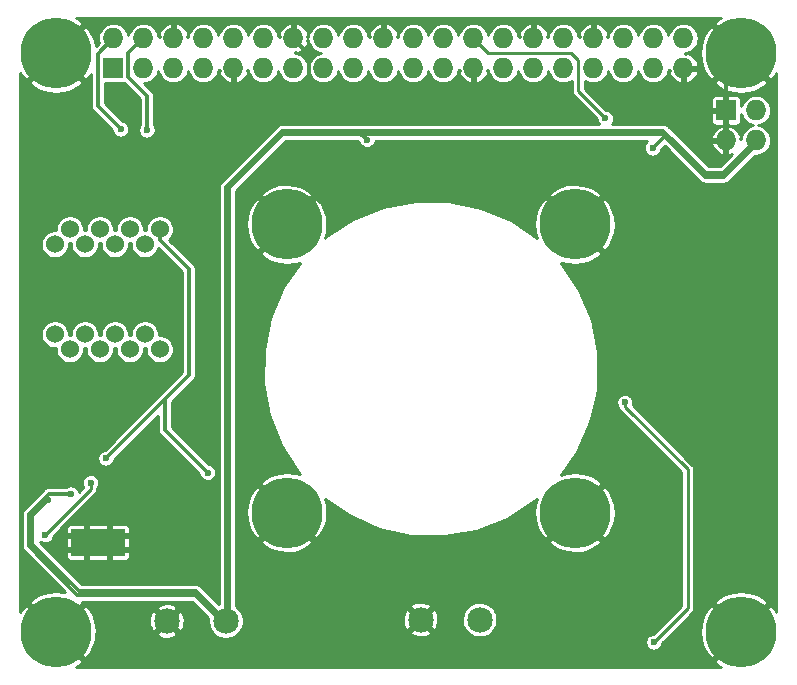
<source format=gbl>
G04 #@! TF.FileFunction,Copper,L2,Bot,Signal*
%FSLAX46Y46*%
G04 Gerber Fmt 4.6, Leading zero omitted, Abs format (unit mm)*
G04 Created by KiCad (PCBNEW 4.0.2+dfsg1-stable) date Fri 22 Jun 2018 04:45:43 AM EDT*
%MOMM*%
G01*
G04 APERTURE LIST*
%ADD10C,0.100000*%
%ADD11C,2.159000*%
%ADD12R,1.727200X1.727200*%
%ADD13O,1.727200X1.727200*%
%ADD14C,1.524000*%
%ADD15C,6.000000*%
%ADD16R,2.500000X1.175000*%
%ADD17C,0.600000*%
%ADD18C,0.330200*%
%ADD19C,0.270000*%
%ADD20C,0.254000*%
G04 APERTURE END LIST*
D10*
D11*
X50880000Y-67970000D03*
X55880000Y-67970000D03*
X29390000Y-68080000D03*
X34390000Y-68080000D03*
D12*
X24870000Y-21270000D03*
D13*
X24870000Y-18730000D03*
X27410000Y-21270000D03*
X27410000Y-18730000D03*
X29950000Y-21270000D03*
X29950000Y-18730000D03*
X32490000Y-21270000D03*
X32490000Y-18730000D03*
X35030000Y-21270000D03*
X35030000Y-18730000D03*
X37570000Y-21270000D03*
X37570000Y-18730000D03*
X40110000Y-21270000D03*
X40110000Y-18730000D03*
X42650000Y-21270000D03*
X42650000Y-18730000D03*
X45190000Y-21270000D03*
X45190000Y-18730000D03*
X47730000Y-21270000D03*
X47730000Y-18730000D03*
X50270000Y-21270000D03*
X50270000Y-18730000D03*
X52810000Y-21270000D03*
X52810000Y-18730000D03*
X55350000Y-21270000D03*
X55350000Y-18730000D03*
X57890000Y-21270000D03*
X57890000Y-18730000D03*
X60430000Y-21270000D03*
X60430000Y-18730000D03*
X62970000Y-21270000D03*
X62970000Y-18730000D03*
X65510000Y-21270000D03*
X65510000Y-18730000D03*
X68050000Y-21270000D03*
X68050000Y-18730000D03*
X70590000Y-21270000D03*
X70590000Y-18730000D03*
X73130000Y-21270000D03*
X73130000Y-18730000D03*
D14*
X25000000Y-36190000D03*
X23730000Y-34920000D03*
X22460000Y-36190000D03*
X19920000Y-36190000D03*
X21190000Y-34920000D03*
X27540000Y-36190000D03*
X26270000Y-34920000D03*
X28810000Y-34920000D03*
X23730000Y-45080000D03*
X22460000Y-43810000D03*
X19920000Y-43810000D03*
X21190000Y-45080000D03*
X27540000Y-43810000D03*
X26270000Y-45080000D03*
X28810000Y-45080000D03*
X25000000Y-43810000D03*
D15*
X20000000Y-69000000D03*
X78000000Y-69000000D03*
X78000000Y-20000000D03*
X20000000Y-20000000D03*
X63940000Y-58910000D03*
X39540000Y-34510000D03*
X39540000Y-58910000D03*
X63940000Y-34510000D03*
D16*
X24561000Y-60849500D03*
X22561000Y-60849500D03*
X24561000Y-62024500D03*
X22561000Y-62024500D03*
D12*
X76730000Y-24853000D03*
D13*
X79270000Y-24853000D03*
X76730000Y-27393000D03*
X79270000Y-27393000D03*
D17*
X32860000Y-55530000D03*
X24240000Y-54300000D03*
X25480000Y-26430000D03*
X27710000Y-26520000D03*
X79010000Y-34510000D03*
X70970000Y-34620000D03*
X66445000Y-67595000D03*
X24100000Y-31210000D03*
X28530000Y-31350000D03*
X70520000Y-28040000D03*
X46350000Y-27330000D03*
X21240000Y-57320000D03*
X19360000Y-57830000D03*
X22940000Y-56370000D03*
X19080000Y-60800000D03*
X70630000Y-69880000D03*
X68170000Y-49570000D03*
X66530000Y-25540000D03*
D18*
X29235000Y-49305000D02*
X29235000Y-51905000D01*
X29235000Y-51905000D02*
X32860000Y-55530000D01*
X28810000Y-35840000D02*
X28810000Y-34920000D01*
X31250000Y-38280000D02*
X28810000Y-35840000D01*
X31250000Y-47290000D02*
X31250000Y-38280000D01*
X24240000Y-54300000D02*
X29235000Y-49305000D01*
X29235000Y-49305000D02*
X31250000Y-47290000D01*
X23550000Y-20050000D02*
X24870000Y-18730000D01*
X23550000Y-24500000D02*
X23550000Y-20050000D01*
X25480000Y-26430000D02*
X23550000Y-24500000D01*
X27410000Y-18730000D02*
X27380000Y-18730000D01*
X27380000Y-18730000D02*
X26140000Y-19970000D01*
X27710000Y-23640000D02*
X27710000Y-26520000D01*
X26140000Y-22070000D02*
X27710000Y-23640000D01*
X26140000Y-19970000D02*
X26140000Y-22070000D01*
X79010000Y-34510000D02*
X78990000Y-34510000D01*
X40110000Y-18730000D02*
X40110000Y-18840000D01*
X40110000Y-18840000D02*
X41390000Y-20120000D01*
X41390000Y-20120000D02*
X41390000Y-22130000D01*
X66445000Y-67595000D02*
X66445000Y-61415000D01*
X66445000Y-61415000D02*
X63940000Y-58910000D01*
X64890000Y-59860000D02*
X63940000Y-58910000D01*
X76730000Y-24853000D02*
X76730000Y-21270000D01*
X76730000Y-21270000D02*
X78000000Y-20000000D01*
X76730000Y-27393000D02*
X76730000Y-24853000D01*
X28390000Y-31210000D02*
X24100000Y-31210000D01*
X28530000Y-31350000D02*
X28390000Y-31210000D01*
X70520000Y-28040000D02*
X71470000Y-27090000D01*
X71470000Y-27090000D02*
X71600000Y-27090000D01*
X46350000Y-27330000D02*
X45900000Y-26880000D01*
X45900000Y-26880000D02*
X45820000Y-26960000D01*
X45820000Y-26960000D02*
X45820000Y-26880000D01*
X79270000Y-27393000D02*
X79270000Y-27760000D01*
X79270000Y-27760000D02*
X76550000Y-30480000D01*
X76550000Y-30480000D02*
X74990000Y-30480000D01*
X74990000Y-30480000D02*
X71600000Y-27090000D01*
X71600000Y-27090000D02*
X71390000Y-26880000D01*
X71390000Y-26880000D02*
X45820000Y-26880000D01*
X45820000Y-26880000D02*
X39230000Y-26880000D01*
X39230000Y-26880000D02*
X34650000Y-31460000D01*
X34650000Y-31460000D02*
X34650000Y-67820000D01*
X34650000Y-67820000D02*
X34390000Y-68080000D01*
X34390000Y-68080000D02*
X34390000Y-31330000D01*
X34390000Y-31330000D02*
X39150000Y-26570000D01*
X39150000Y-26570000D02*
X71440000Y-26570000D01*
X71440000Y-26570000D02*
X75050000Y-30180000D01*
X75050000Y-30180000D02*
X76483000Y-30180000D01*
X76483000Y-30180000D02*
X79270000Y-27393000D01*
X34390000Y-68080000D02*
X33970000Y-68080000D01*
X33970000Y-68080000D02*
X31750000Y-65860000D01*
X31750000Y-65860000D02*
X21820000Y-65860000D01*
X21820000Y-65860000D02*
X17690000Y-61730000D01*
X17690000Y-61730000D02*
X17690000Y-59030000D01*
X17690000Y-59030000D02*
X19400000Y-57320000D01*
X19400000Y-57320000D02*
X21240000Y-57320000D01*
X26700000Y-65570000D02*
X31880000Y-65570000D01*
X31880000Y-65570000D02*
X34390000Y-68080000D01*
X21990000Y-65570000D02*
X26700000Y-65570000D01*
X26700000Y-65570000D02*
X26970000Y-65570000D01*
X17960000Y-61540000D02*
X21990000Y-65570000D01*
X17960000Y-59230000D02*
X17960000Y-61540000D01*
X19360000Y-57830000D02*
X17960000Y-59230000D01*
D19*
X22940000Y-56940000D02*
X22940000Y-56370000D01*
X19080000Y-60800000D02*
X22940000Y-56940000D01*
X61950000Y-19970000D02*
X56590000Y-19970000D01*
X56590000Y-19970000D02*
X55350000Y-18730000D01*
X70630000Y-69880000D02*
X73500000Y-67010000D01*
X73500000Y-67010000D02*
X73500000Y-55260000D01*
X73500000Y-55260000D02*
X68170000Y-49930000D01*
X68170000Y-49930000D02*
X68170000Y-49570000D01*
X66530000Y-25540000D02*
X64240000Y-23250000D01*
X64240000Y-23250000D02*
X64240000Y-20620000D01*
X64240000Y-20620000D02*
X63590000Y-19970000D01*
X63590000Y-19970000D02*
X61950000Y-19970000D01*
D20*
G36*
X76093671Y-17132220D02*
X76080036Y-17141331D01*
X75732016Y-17552411D01*
X78000000Y-19820395D01*
X78014143Y-19806253D01*
X78193748Y-19985858D01*
X78179605Y-20000000D01*
X80447589Y-22267984D01*
X80858669Y-21919964D01*
X80998000Y-21660780D01*
X80998000Y-67338697D01*
X80867780Y-67093671D01*
X80858669Y-67080036D01*
X80447589Y-66732016D01*
X78179605Y-69000000D01*
X78193748Y-69014143D01*
X78014143Y-69193748D01*
X78000000Y-69179605D01*
X75732016Y-71447589D01*
X76080036Y-71858669D01*
X76339220Y-71998000D01*
X21661303Y-71998000D01*
X21906329Y-71867780D01*
X21919964Y-71858669D01*
X22267984Y-71447589D01*
X20000000Y-69179605D01*
X19985858Y-69193748D01*
X19806253Y-69014143D01*
X19820395Y-69000000D01*
X20179605Y-69000000D01*
X22447589Y-71267984D01*
X22858669Y-70919964D01*
X23178307Y-70325373D01*
X23375804Y-69679849D01*
X23428187Y-69160668D01*
X28488937Y-69160668D01*
X28606099Y-69375012D01*
X28873806Y-69503060D01*
X29161349Y-69576421D01*
X29457680Y-69592275D01*
X29751410Y-69550013D01*
X30031251Y-69451260D01*
X30173901Y-69375012D01*
X30291063Y-69160668D01*
X29390000Y-68259605D01*
X28488937Y-69160668D01*
X23428187Y-69160668D01*
X23443571Y-69008199D01*
X23379004Y-68336234D01*
X23322297Y-68147680D01*
X27877725Y-68147680D01*
X27919987Y-68441410D01*
X28018740Y-68721251D01*
X28094988Y-68863901D01*
X28309332Y-68981063D01*
X29210395Y-68080000D01*
X29569605Y-68080000D01*
X30470668Y-68981063D01*
X30685012Y-68863901D01*
X30813060Y-68596194D01*
X30886421Y-68308651D01*
X30902275Y-68012320D01*
X30860013Y-67718590D01*
X30761260Y-67438749D01*
X30685012Y-67296099D01*
X30470668Y-67178937D01*
X29569605Y-68080000D01*
X29210395Y-68080000D01*
X28309332Y-67178937D01*
X28094988Y-67296099D01*
X27966940Y-67563806D01*
X27893579Y-67851349D01*
X27877725Y-68147680D01*
X23322297Y-68147680D01*
X23184583Y-67689777D01*
X22867780Y-67093671D01*
X22858669Y-67080036D01*
X22763342Y-66999332D01*
X28488937Y-66999332D01*
X29390000Y-67900395D01*
X30291063Y-66999332D01*
X30173901Y-66784988D01*
X29906194Y-66656940D01*
X29618651Y-66583579D01*
X29322320Y-66567725D01*
X29028590Y-66609987D01*
X28748749Y-66708740D01*
X28606099Y-66784988D01*
X28488937Y-66999332D01*
X22763342Y-66999332D01*
X22447589Y-66732016D01*
X20179605Y-69000000D01*
X19820395Y-69000000D01*
X17552411Y-66732016D01*
X17141331Y-67080036D01*
X17002000Y-67339220D01*
X17002000Y-59030000D01*
X17097900Y-59030000D01*
X17097900Y-61730000D01*
X17103237Y-61784429D01*
X17108004Y-61838918D01*
X17108872Y-61841906D01*
X17109176Y-61845006D01*
X17124999Y-61897415D01*
X17140244Y-61949887D01*
X17141675Y-61952648D01*
X17142576Y-61955632D01*
X17168279Y-62003973D01*
X17193423Y-62052480D01*
X17195364Y-62054911D01*
X17196827Y-62057663D01*
X17231419Y-62100077D01*
X17265517Y-62142791D01*
X17269789Y-62147124D01*
X17269863Y-62147214D01*
X17269947Y-62147283D01*
X17271322Y-62148678D01*
X20776371Y-65653727D01*
X20679849Y-65624196D01*
X20008199Y-65556429D01*
X19336234Y-65620996D01*
X18689777Y-65815417D01*
X18093671Y-66132220D01*
X18080036Y-66141331D01*
X17732016Y-66552411D01*
X20000000Y-68820395D01*
X22267984Y-66552411D01*
X22183061Y-66452100D01*
X31504744Y-66452100D01*
X32899363Y-67846719D01*
X32885645Y-67911260D01*
X32881520Y-68206671D01*
X32934853Y-68497257D01*
X33043611Y-68771950D01*
X33203653Y-69020287D01*
X33408883Y-69232808D01*
X33651483Y-69401420D01*
X33922213Y-69519699D01*
X34210761Y-69583140D01*
X34506136Y-69589327D01*
X34797088Y-69538025D01*
X35072533Y-69431187D01*
X35321982Y-69272882D01*
X35535931Y-69069141D01*
X35548962Y-69050668D01*
X49978937Y-69050668D01*
X50096099Y-69265012D01*
X50363806Y-69393060D01*
X50651349Y-69466421D01*
X50947680Y-69482275D01*
X51241410Y-69440013D01*
X51521251Y-69341260D01*
X51663901Y-69265012D01*
X51781063Y-69050668D01*
X50880000Y-68149605D01*
X49978937Y-69050668D01*
X35548962Y-69050668D01*
X35706232Y-68827724D01*
X35826398Y-68557826D01*
X35891852Y-68269728D01*
X35895092Y-68037680D01*
X49367725Y-68037680D01*
X49409987Y-68331410D01*
X49508740Y-68611251D01*
X49584988Y-68753901D01*
X49799332Y-68871063D01*
X50700395Y-67970000D01*
X51059605Y-67970000D01*
X51960668Y-68871063D01*
X52175012Y-68753901D01*
X52303060Y-68486194D01*
X52376421Y-68198651D01*
X52381877Y-68096671D01*
X54371520Y-68096671D01*
X54424853Y-68387257D01*
X54533611Y-68661950D01*
X54693653Y-68910287D01*
X54898883Y-69122808D01*
X55141483Y-69291420D01*
X55412213Y-69409699D01*
X55700761Y-69473140D01*
X55996136Y-69479327D01*
X56287088Y-69428025D01*
X56562533Y-69321187D01*
X56811982Y-69162882D01*
X57025931Y-68959141D01*
X57196232Y-68717724D01*
X57316398Y-68447826D01*
X57381852Y-68159728D01*
X57386564Y-67822280D01*
X57329180Y-67532467D01*
X57216596Y-67259319D01*
X57053102Y-67013241D01*
X56844925Y-66803606D01*
X56599995Y-66638398D01*
X56327640Y-66523910D01*
X56038234Y-66464504D01*
X55742801Y-66462441D01*
X55452595Y-66517801D01*
X55178668Y-66628475D01*
X54931454Y-66790247D01*
X54720370Y-66996955D01*
X54553457Y-67240727D01*
X54437070Y-67512276D01*
X54375645Y-67801260D01*
X54371520Y-68096671D01*
X52381877Y-68096671D01*
X52392275Y-67902320D01*
X52350013Y-67608590D01*
X52251260Y-67328749D01*
X52175012Y-67186099D01*
X51960668Y-67068937D01*
X51059605Y-67970000D01*
X50700395Y-67970000D01*
X49799332Y-67068937D01*
X49584988Y-67186099D01*
X49456940Y-67453806D01*
X49383579Y-67741349D01*
X49367725Y-68037680D01*
X35895092Y-68037680D01*
X35896564Y-67932280D01*
X35839180Y-67642467D01*
X35726596Y-67369319D01*
X35563102Y-67123241D01*
X35354925Y-66913606D01*
X35318938Y-66889332D01*
X49978937Y-66889332D01*
X50880000Y-67790395D01*
X51781063Y-66889332D01*
X51663901Y-66674988D01*
X51396194Y-66546940D01*
X51108651Y-66473579D01*
X50812320Y-66457725D01*
X50518590Y-66499987D01*
X50238749Y-66598740D01*
X50096099Y-66674988D01*
X49978937Y-66889332D01*
X35318938Y-66889332D01*
X35242100Y-66837504D01*
X35242100Y-61357589D01*
X37272016Y-61357589D01*
X37620036Y-61768669D01*
X38214627Y-62088307D01*
X38860151Y-62285804D01*
X39531801Y-62353571D01*
X40203766Y-62289004D01*
X40850223Y-62094583D01*
X41446329Y-61777780D01*
X41459964Y-61768669D01*
X41807984Y-61357589D01*
X61672016Y-61357589D01*
X62020036Y-61768669D01*
X62614627Y-62088307D01*
X63260151Y-62285804D01*
X63931801Y-62353571D01*
X64603766Y-62289004D01*
X65250223Y-62094583D01*
X65846329Y-61777780D01*
X65859964Y-61768669D01*
X66207984Y-61357589D01*
X63940000Y-59089605D01*
X61672016Y-61357589D01*
X41807984Y-61357589D01*
X39540000Y-59089605D01*
X37272016Y-61357589D01*
X35242100Y-61357589D01*
X35242100Y-58901801D01*
X36096429Y-58901801D01*
X36160996Y-59573766D01*
X36355417Y-60220223D01*
X36672220Y-60816329D01*
X36681331Y-60829964D01*
X37092411Y-61177984D01*
X39360395Y-58910000D01*
X37092411Y-56642016D01*
X36681331Y-56990036D01*
X36361693Y-57584627D01*
X36164196Y-58230151D01*
X36096429Y-58901801D01*
X35242100Y-58901801D01*
X35242100Y-36957589D01*
X37272016Y-36957589D01*
X37620036Y-37368669D01*
X38214627Y-37688307D01*
X38860151Y-37885804D01*
X39531801Y-37953571D01*
X40203766Y-37889004D01*
X40699288Y-37739977D01*
X39256489Y-39847132D01*
X38161231Y-42402561D01*
X37583184Y-45122059D01*
X37544365Y-47902041D01*
X38046254Y-50636618D01*
X39069734Y-53221632D01*
X40575820Y-55558620D01*
X40691619Y-55678533D01*
X40219849Y-55534196D01*
X39548199Y-55466429D01*
X38876234Y-55530996D01*
X38229777Y-55725417D01*
X37633671Y-56042220D01*
X37620036Y-56051331D01*
X37272016Y-56462411D01*
X39540000Y-58730395D01*
X39554143Y-58716253D01*
X39733748Y-58895858D01*
X39719605Y-58910000D01*
X41987589Y-61177984D01*
X42398669Y-60829964D01*
X42718307Y-60235373D01*
X42915804Y-59589849D01*
X42983571Y-58918199D01*
X42919004Y-58246234D01*
X42766375Y-57738736D01*
X44790148Y-59145295D01*
X47337869Y-60258367D01*
X50053265Y-60855385D01*
X52832908Y-60913611D01*
X55570923Y-60430825D01*
X58163019Y-59425417D01*
X60510465Y-57935683D01*
X60713419Y-57742413D01*
X60564196Y-58230151D01*
X60496429Y-58901801D01*
X60560996Y-59573766D01*
X60755417Y-60220223D01*
X61072220Y-60816329D01*
X61081331Y-60829964D01*
X61492411Y-61177984D01*
X63760395Y-58910000D01*
X64119605Y-58910000D01*
X66387589Y-61177984D01*
X66798669Y-60829964D01*
X67118307Y-60235373D01*
X67315804Y-59589849D01*
X67383571Y-58918199D01*
X67319004Y-58246234D01*
X67124583Y-57599777D01*
X66807780Y-57003671D01*
X66798669Y-56990036D01*
X66387589Y-56642016D01*
X64119605Y-58910000D01*
X63760395Y-58910000D01*
X63746253Y-58895858D01*
X63925858Y-58716253D01*
X63940000Y-58730395D01*
X66207984Y-56462411D01*
X65859964Y-56051331D01*
X65265373Y-55731693D01*
X64619849Y-55534196D01*
X63948199Y-55466429D01*
X63276234Y-55530996D01*
X62757621Y-55686968D01*
X64126473Y-53746496D01*
X65257304Y-51206609D01*
X65615244Y-49631128D01*
X67442044Y-49631128D01*
X67467781Y-49771358D01*
X67520265Y-49903918D01*
X67597498Y-50023760D01*
X67621584Y-50048701D01*
X67633721Y-50088903D01*
X67648191Y-50138709D01*
X67649550Y-50141332D01*
X67650405Y-50144162D01*
X67674785Y-50190014D01*
X67698667Y-50236087D01*
X67700510Y-50238396D01*
X67701898Y-50241006D01*
X67734721Y-50281251D01*
X67767096Y-50321806D01*
X67771152Y-50325920D01*
X67771221Y-50326004D01*
X67771299Y-50326069D01*
X67772606Y-50327394D01*
X72938000Y-55492788D01*
X72938000Y-66777212D01*
X70562471Y-69152741D01*
X70423744Y-69179204D01*
X70291554Y-69232612D01*
X70172255Y-69310680D01*
X70070391Y-69410432D01*
X69989842Y-69528070D01*
X69933677Y-69659113D01*
X69904035Y-69798570D01*
X69902044Y-69941128D01*
X69927781Y-70081358D01*
X69980265Y-70213918D01*
X70057498Y-70333760D01*
X70156537Y-70436317D01*
X70273610Y-70517685D01*
X70404258Y-70574764D01*
X70543504Y-70605379D01*
X70686045Y-70608365D01*
X70826451Y-70583608D01*
X70959374Y-70532050D01*
X71079752Y-70455656D01*
X71182999Y-70357336D01*
X71265182Y-70240833D01*
X71323171Y-70110587D01*
X71354758Y-69971558D01*
X71355063Y-69949725D01*
X72312987Y-68991801D01*
X74556429Y-68991801D01*
X74620996Y-69663766D01*
X74815417Y-70310223D01*
X75132220Y-70906329D01*
X75141331Y-70919964D01*
X75552411Y-71267984D01*
X77820395Y-69000000D01*
X75552411Y-66732016D01*
X75141331Y-67080036D01*
X74821693Y-67674627D01*
X74624196Y-68320151D01*
X74556429Y-68991801D01*
X72312987Y-68991801D01*
X73897394Y-67407394D01*
X73930351Y-67367272D01*
X73963714Y-67327511D01*
X73965136Y-67324924D01*
X73967014Y-67322638D01*
X73991582Y-67276820D01*
X74016554Y-67231395D01*
X74017446Y-67228583D01*
X74018845Y-67225974D01*
X74034048Y-67176247D01*
X74049719Y-67126846D01*
X74050048Y-67123914D01*
X74050913Y-67121084D01*
X74056165Y-67069374D01*
X74061945Y-67017847D01*
X74061985Y-67012076D01*
X74061997Y-67011962D01*
X74061987Y-67011856D01*
X74062000Y-67010000D01*
X74062000Y-66552411D01*
X75732016Y-66552411D01*
X78000000Y-68820395D01*
X80267984Y-66552411D01*
X79919964Y-66141331D01*
X79325373Y-65821693D01*
X78679849Y-65624196D01*
X78008199Y-65556429D01*
X77336234Y-65620996D01*
X76689777Y-65815417D01*
X76093671Y-66132220D01*
X76080036Y-66141331D01*
X75732016Y-66552411D01*
X74062000Y-66552411D01*
X74062000Y-55260000D01*
X74056929Y-55208285D01*
X74052409Y-55156619D01*
X74051586Y-55153785D01*
X74051297Y-55150840D01*
X74036279Y-55101097D01*
X74021809Y-55051291D01*
X74020450Y-55048668D01*
X74019595Y-55045838D01*
X73995205Y-54999967D01*
X73971332Y-54953912D01*
X73969490Y-54951605D01*
X73968102Y-54948994D01*
X73935294Y-54908768D01*
X73902904Y-54868193D01*
X73898847Y-54864079D01*
X73898779Y-54863996D01*
X73898702Y-54863932D01*
X73897394Y-54862606D01*
X68854608Y-49819820D01*
X68863171Y-49800587D01*
X68894758Y-49661558D01*
X68897032Y-49498714D01*
X68869339Y-49358857D01*
X68815009Y-49227043D01*
X68736111Y-49108291D01*
X68635650Y-49007126D01*
X68517452Y-48927401D01*
X68386020Y-48872152D01*
X68246360Y-48843484D01*
X68103791Y-48842489D01*
X67963744Y-48869204D01*
X67831554Y-48922612D01*
X67712255Y-49000680D01*
X67610391Y-49100432D01*
X67529842Y-49218070D01*
X67473677Y-49349113D01*
X67444035Y-49488570D01*
X67442044Y-49631128D01*
X65615244Y-49631128D01*
X65873265Y-48495447D01*
X65917607Y-45319873D01*
X65377587Y-42592570D01*
X64318115Y-40022098D01*
X62806563Y-37747029D01*
X63260151Y-37885804D01*
X63931801Y-37953571D01*
X64603766Y-37889004D01*
X65250223Y-37694583D01*
X65846329Y-37377780D01*
X65859964Y-37368669D01*
X66207984Y-36957589D01*
X63940000Y-34689605D01*
X63925858Y-34703748D01*
X63746253Y-34524143D01*
X63760395Y-34510000D01*
X64119605Y-34510000D01*
X66387589Y-36777984D01*
X66798669Y-36429964D01*
X67118307Y-35835373D01*
X67315804Y-35189849D01*
X67383571Y-34518199D01*
X67319004Y-33846234D01*
X67124583Y-33199777D01*
X66807780Y-32603671D01*
X66798669Y-32590036D01*
X66387589Y-32242016D01*
X64119605Y-34510000D01*
X63760395Y-34510000D01*
X61492411Y-32242016D01*
X61081331Y-32590036D01*
X60761693Y-33184627D01*
X60564196Y-33830151D01*
X60496429Y-34501801D01*
X60560996Y-35173766D01*
X60706169Y-35656473D01*
X58515550Y-34178882D01*
X55952537Y-33101490D01*
X53229070Y-32542443D01*
X50448885Y-32523033D01*
X47717878Y-33044001D01*
X45140072Y-34085502D01*
X42813655Y-35607866D01*
X42776900Y-35643859D01*
X42915804Y-35189849D01*
X42983571Y-34518199D01*
X42919004Y-33846234D01*
X42724583Y-33199777D01*
X42407780Y-32603671D01*
X42398669Y-32590036D01*
X41987589Y-32242016D01*
X39719605Y-34510000D01*
X39733748Y-34524143D01*
X39554143Y-34703748D01*
X39540000Y-34689605D01*
X37272016Y-36957589D01*
X35242100Y-36957589D01*
X35242100Y-34501801D01*
X36096429Y-34501801D01*
X36160996Y-35173766D01*
X36355417Y-35820223D01*
X36672220Y-36416329D01*
X36681331Y-36429964D01*
X37092411Y-36777984D01*
X39360395Y-34510000D01*
X37092411Y-32242016D01*
X36681331Y-32590036D01*
X36361693Y-33184627D01*
X36164196Y-33830151D01*
X36096429Y-34501801D01*
X35242100Y-34501801D01*
X35242100Y-32062411D01*
X37272016Y-32062411D01*
X39540000Y-34330395D01*
X41807984Y-32062411D01*
X61672016Y-32062411D01*
X63940000Y-34330395D01*
X66207984Y-32062411D01*
X65859964Y-31651331D01*
X65265373Y-31331693D01*
X64619849Y-31134196D01*
X63948199Y-31066429D01*
X63276234Y-31130996D01*
X62629777Y-31325417D01*
X62033671Y-31642220D01*
X62020036Y-31651331D01*
X61672016Y-32062411D01*
X41807984Y-32062411D01*
X41459964Y-31651331D01*
X40865373Y-31331693D01*
X40219849Y-31134196D01*
X39548199Y-31066429D01*
X38876234Y-31130996D01*
X38229777Y-31325417D01*
X37633671Y-31642220D01*
X37620036Y-31651331D01*
X37272016Y-32062411D01*
X35242100Y-32062411D01*
X35242100Y-31705256D01*
X39475256Y-27472100D01*
X45528160Y-27472100D01*
X45538673Y-27477784D01*
X45588648Y-27505032D01*
X45589644Y-27505344D01*
X45590552Y-27505835D01*
X45644709Y-27522600D01*
X45646263Y-27523087D01*
X45647781Y-27531358D01*
X45700265Y-27663918D01*
X45777498Y-27783760D01*
X45876537Y-27886317D01*
X45993610Y-27967685D01*
X46124258Y-28024764D01*
X46263504Y-28055379D01*
X46406045Y-28058365D01*
X46546451Y-28033608D01*
X46679374Y-27982050D01*
X46799752Y-27905656D01*
X46902999Y-27807336D01*
X46985182Y-27690833D01*
X47043171Y-27560587D01*
X47063275Y-27472100D01*
X70060805Y-27472100D01*
X69960391Y-27570432D01*
X69879842Y-27688070D01*
X69823677Y-27819113D01*
X69794035Y-27958570D01*
X69792044Y-28101128D01*
X69817781Y-28241358D01*
X69870265Y-28373918D01*
X69947498Y-28493760D01*
X70046537Y-28596317D01*
X70163610Y-28677685D01*
X70294258Y-28734764D01*
X70433504Y-28765379D01*
X70576045Y-28768365D01*
X70716451Y-28743608D01*
X70849374Y-28692050D01*
X70969752Y-28615656D01*
X71072999Y-28517336D01*
X71155182Y-28400833D01*
X71213171Y-28270587D01*
X71238572Y-28158784D01*
X71535000Y-27862356D01*
X74571322Y-30898678D01*
X74613588Y-30933395D01*
X74655483Y-30968550D01*
X74658211Y-30970050D01*
X74660617Y-30972026D01*
X74708824Y-30997874D01*
X74756747Y-31024220D01*
X74759714Y-31025161D01*
X74762459Y-31026633D01*
X74814792Y-31042633D01*
X74866895Y-31059161D01*
X74869987Y-31059508D01*
X74872967Y-31060419D01*
X74927451Y-31065953D01*
X74981733Y-31072042D01*
X74987811Y-31072085D01*
X74987933Y-31072097D01*
X74988046Y-31072086D01*
X74990000Y-31072100D01*
X76550000Y-31072100D01*
X76604429Y-31066763D01*
X76658918Y-31061996D01*
X76661906Y-31061128D01*
X76665006Y-31060824D01*
X76717415Y-31045001D01*
X76769887Y-31029756D01*
X76772648Y-31028325D01*
X76775632Y-31027424D01*
X76823973Y-31001721D01*
X76872480Y-30976577D01*
X76874911Y-30974636D01*
X76877663Y-30973173D01*
X76920077Y-30938581D01*
X76962791Y-30904483D01*
X76967124Y-30900211D01*
X76967214Y-30900137D01*
X76967283Y-30900053D01*
X76968678Y-30898678D01*
X79190120Y-28677236D01*
X79245735Y-28683474D01*
X79263755Y-28683600D01*
X79276245Y-28683600D01*
X79526924Y-28659021D01*
X79768054Y-28586219D01*
X79990452Y-28467968D01*
X80185646Y-28308772D01*
X80346201Y-28114694D01*
X80466002Y-27893128D01*
X80540485Y-27652511D01*
X80566814Y-27402010D01*
X80543985Y-27151166D01*
X80472868Y-26909533D01*
X80356173Y-26686315D01*
X80198343Y-26490014D01*
X80005391Y-26328109D01*
X79784666Y-26206764D01*
X79544576Y-26130603D01*
X79481248Y-26123500D01*
X79526924Y-26119021D01*
X79768054Y-26046219D01*
X79990452Y-25927968D01*
X80185646Y-25768772D01*
X80346201Y-25574694D01*
X80466002Y-25353128D01*
X80540485Y-25112511D01*
X80566814Y-24862010D01*
X80543985Y-24611166D01*
X80472868Y-24369533D01*
X80356173Y-24146315D01*
X80198343Y-23950014D01*
X80005391Y-23788109D01*
X79784666Y-23666764D01*
X79544576Y-23590603D01*
X79294265Y-23562526D01*
X79276245Y-23562400D01*
X79263755Y-23562400D01*
X79013076Y-23586979D01*
X78771946Y-23659781D01*
X78549548Y-23778032D01*
X78354354Y-23937228D01*
X78193799Y-24131306D01*
X78073998Y-24352872D01*
X78020600Y-24525374D01*
X78020600Y-23947344D01*
X78004191Y-23864849D01*
X77972003Y-23787140D01*
X77925273Y-23717203D01*
X77865797Y-23657728D01*
X77795861Y-23610998D01*
X77718151Y-23578809D01*
X77635656Y-23562400D01*
X76963750Y-23562400D01*
X76857000Y-23669150D01*
X76857000Y-24726000D01*
X76877000Y-24726000D01*
X76877000Y-24980000D01*
X76857000Y-24980000D01*
X76857000Y-26036850D01*
X76963750Y-26143600D01*
X77635656Y-26143600D01*
X77718151Y-26127191D01*
X77795861Y-26095002D01*
X77865797Y-26048272D01*
X77925273Y-25988797D01*
X77972003Y-25918860D01*
X78004191Y-25841151D01*
X78020600Y-25758656D01*
X78020600Y-25178366D01*
X78067132Y-25336467D01*
X78183827Y-25559685D01*
X78341657Y-25755986D01*
X78534609Y-25917891D01*
X78755334Y-26039236D01*
X78995424Y-26115397D01*
X79058752Y-26122500D01*
X79013076Y-26126979D01*
X78771946Y-26199781D01*
X78549548Y-26318032D01*
X78354354Y-26477228D01*
X78193799Y-26671306D01*
X78073998Y-26892872D01*
X77999515Y-27133489D01*
X77985588Y-27265998D01*
X77907019Y-27265998D01*
X77978657Y-27066649D01*
X77949536Y-26970632D01*
X77843703Y-26740828D01*
X77695071Y-26536087D01*
X77509352Y-26364276D01*
X77293683Y-26231999D01*
X77056352Y-26144338D01*
X76857000Y-26215408D01*
X76857000Y-27266000D01*
X76877000Y-27266000D01*
X76877000Y-27520000D01*
X76857000Y-27520000D01*
X76857000Y-28570592D01*
X77056352Y-28641662D01*
X77258734Y-28566910D01*
X76237744Y-29587900D01*
X75295256Y-29587900D01*
X73426707Y-27719351D01*
X75481343Y-27719351D01*
X75510464Y-27815368D01*
X75616297Y-28045172D01*
X75764929Y-28249913D01*
X75950648Y-28421724D01*
X76166317Y-28554001D01*
X76403648Y-28641662D01*
X76603000Y-28570592D01*
X76603000Y-27520000D01*
X75552982Y-27520000D01*
X75481343Y-27719351D01*
X73426707Y-27719351D01*
X72774005Y-27066649D01*
X75481343Y-27066649D01*
X75552982Y-27266000D01*
X76603000Y-27266000D01*
X76603000Y-26215408D01*
X76403648Y-26144338D01*
X76166317Y-26231999D01*
X75950648Y-26364276D01*
X75764929Y-26536087D01*
X75616297Y-26740828D01*
X75510464Y-26970632D01*
X75481343Y-27066649D01*
X72774005Y-27066649D01*
X71858678Y-26151322D01*
X71816412Y-26116605D01*
X71774517Y-26081450D01*
X71771789Y-26079950D01*
X71769383Y-26077974D01*
X71721176Y-26052126D01*
X71673253Y-26025780D01*
X71670286Y-26024839D01*
X71667541Y-26023367D01*
X71615208Y-26007367D01*
X71563105Y-25990839D01*
X71560013Y-25990492D01*
X71557033Y-25989581D01*
X71502549Y-25984047D01*
X71448267Y-25977958D01*
X71442189Y-25977915D01*
X71442067Y-25977903D01*
X71441954Y-25977914D01*
X71440000Y-25977900D01*
X67110818Y-25977900D01*
X67165182Y-25900833D01*
X67223171Y-25770587D01*
X67254758Y-25631558D01*
X67257032Y-25468714D01*
X67229339Y-25328857D01*
X67175009Y-25197043D01*
X67101732Y-25086750D01*
X75439400Y-25086750D01*
X75439400Y-25758656D01*
X75455809Y-25841151D01*
X75487997Y-25918860D01*
X75534727Y-25988797D01*
X75594203Y-26048272D01*
X75664139Y-26095002D01*
X75741849Y-26127191D01*
X75824344Y-26143600D01*
X76496250Y-26143600D01*
X76603000Y-26036850D01*
X76603000Y-24980000D01*
X75546150Y-24980000D01*
X75439400Y-25086750D01*
X67101732Y-25086750D01*
X67096111Y-25078291D01*
X66995650Y-24977126D01*
X66877452Y-24897401D01*
X66746020Y-24842152D01*
X66606360Y-24813484D01*
X66598215Y-24813427D01*
X65732132Y-23947344D01*
X75439400Y-23947344D01*
X75439400Y-24619250D01*
X75546150Y-24726000D01*
X76603000Y-24726000D01*
X76603000Y-23669150D01*
X76496250Y-23562400D01*
X75824344Y-23562400D01*
X75741849Y-23578809D01*
X75664139Y-23610998D01*
X75594203Y-23657728D01*
X75534727Y-23717203D01*
X75487997Y-23787140D01*
X75455809Y-23864849D01*
X75439400Y-23947344D01*
X65732132Y-23947344D01*
X64802000Y-23017212D01*
X64802000Y-22349949D01*
X64995334Y-22456236D01*
X65235424Y-22532397D01*
X65485735Y-22560474D01*
X65503755Y-22560600D01*
X65516245Y-22560600D01*
X65766924Y-22536021D01*
X66008054Y-22463219D01*
X66230452Y-22344968D01*
X66425646Y-22185772D01*
X66586201Y-21991694D01*
X66706002Y-21770128D01*
X66780485Y-21529511D01*
X66780678Y-21527677D01*
X66847132Y-21753467D01*
X66963827Y-21976685D01*
X67121657Y-22172986D01*
X67314609Y-22334891D01*
X67535334Y-22456236D01*
X67775424Y-22532397D01*
X68025735Y-22560474D01*
X68043755Y-22560600D01*
X68056245Y-22560600D01*
X68306924Y-22536021D01*
X68548054Y-22463219D01*
X68770452Y-22344968D01*
X68965646Y-22185772D01*
X69126201Y-21991694D01*
X69246002Y-21770128D01*
X69320485Y-21529511D01*
X69320678Y-21527677D01*
X69387132Y-21753467D01*
X69503827Y-21976685D01*
X69661657Y-22172986D01*
X69854609Y-22334891D01*
X70075334Y-22456236D01*
X70315424Y-22532397D01*
X70565735Y-22560474D01*
X70583755Y-22560600D01*
X70596245Y-22560600D01*
X70846924Y-22536021D01*
X71088054Y-22463219D01*
X71310452Y-22344968D01*
X71505646Y-22185772D01*
X71666201Y-21991694D01*
X71786002Y-21770128D01*
X71860485Y-21529511D01*
X71874412Y-21397002D01*
X71952981Y-21397002D01*
X71881343Y-21596351D01*
X71910464Y-21692368D01*
X72016297Y-21922172D01*
X72164929Y-22126913D01*
X72350648Y-22298724D01*
X72566317Y-22431001D01*
X72803648Y-22518662D01*
X73003000Y-22447592D01*
X73003000Y-21397000D01*
X73257000Y-21397000D01*
X73257000Y-22447592D01*
X73456352Y-22518662D01*
X73648773Y-22447589D01*
X75732016Y-22447589D01*
X76080036Y-22858669D01*
X76674627Y-23178307D01*
X77320151Y-23375804D01*
X77991801Y-23443571D01*
X78663766Y-23379004D01*
X79310223Y-23184583D01*
X79906329Y-22867780D01*
X79919964Y-22858669D01*
X80267984Y-22447589D01*
X78000000Y-20179605D01*
X75732016Y-22447589D01*
X73648773Y-22447589D01*
X73693683Y-22431001D01*
X73909352Y-22298724D01*
X74095071Y-22126913D01*
X74243703Y-21922172D01*
X74349536Y-21692368D01*
X74378657Y-21596351D01*
X74307018Y-21397000D01*
X73257000Y-21397000D01*
X73003000Y-21397000D01*
X72983000Y-21397000D01*
X72983000Y-21143000D01*
X73003000Y-21143000D01*
X73003000Y-21123000D01*
X73257000Y-21123000D01*
X73257000Y-21143000D01*
X74307018Y-21143000D01*
X74378657Y-20943649D01*
X74349536Y-20847632D01*
X74243703Y-20617828D01*
X74095071Y-20413087D01*
X73909352Y-20241276D01*
X73693683Y-20108999D01*
X73456352Y-20021338D01*
X73257002Y-20092407D01*
X73257002Y-20008760D01*
X73386924Y-19996021D01*
X73400901Y-19991801D01*
X74556429Y-19991801D01*
X74620996Y-20663766D01*
X74815417Y-21310223D01*
X75132220Y-21906329D01*
X75141331Y-21919964D01*
X75552411Y-22267984D01*
X77820395Y-20000000D01*
X75552411Y-17732016D01*
X75141331Y-18080036D01*
X74821693Y-18674627D01*
X74624196Y-19320151D01*
X74556429Y-19991801D01*
X73400901Y-19991801D01*
X73628054Y-19923219D01*
X73850452Y-19804968D01*
X74045646Y-19645772D01*
X74206201Y-19451694D01*
X74326002Y-19230128D01*
X74400485Y-18989511D01*
X74426814Y-18739010D01*
X74403985Y-18488166D01*
X74332868Y-18246533D01*
X74216173Y-18023315D01*
X74058343Y-17827014D01*
X73865391Y-17665109D01*
X73644666Y-17543764D01*
X73404576Y-17467603D01*
X73154265Y-17439526D01*
X73136245Y-17439400D01*
X73123755Y-17439400D01*
X72873076Y-17463979D01*
X72631946Y-17536781D01*
X72409548Y-17655032D01*
X72214354Y-17814228D01*
X72053799Y-18008306D01*
X71933998Y-18229872D01*
X71859515Y-18470489D01*
X71859322Y-18472323D01*
X71792868Y-18246533D01*
X71676173Y-18023315D01*
X71518343Y-17827014D01*
X71325391Y-17665109D01*
X71104666Y-17543764D01*
X70864576Y-17467603D01*
X70614265Y-17439526D01*
X70596245Y-17439400D01*
X70583755Y-17439400D01*
X70333076Y-17463979D01*
X70091946Y-17536781D01*
X69869548Y-17655032D01*
X69674354Y-17814228D01*
X69513799Y-18008306D01*
X69393998Y-18229872D01*
X69319515Y-18470489D01*
X69319322Y-18472323D01*
X69252868Y-18246533D01*
X69136173Y-18023315D01*
X68978343Y-17827014D01*
X68785391Y-17665109D01*
X68564666Y-17543764D01*
X68324576Y-17467603D01*
X68074265Y-17439526D01*
X68056245Y-17439400D01*
X68043755Y-17439400D01*
X67793076Y-17463979D01*
X67551946Y-17536781D01*
X67329548Y-17655032D01*
X67134354Y-17814228D01*
X66973799Y-18008306D01*
X66853998Y-18229872D01*
X66779515Y-18470489D01*
X66765588Y-18602998D01*
X66687019Y-18602998D01*
X66758657Y-18403649D01*
X66729536Y-18307632D01*
X66623703Y-18077828D01*
X66475071Y-17873087D01*
X66289352Y-17701276D01*
X66073683Y-17568999D01*
X65836352Y-17481338D01*
X65637000Y-17552408D01*
X65637000Y-18603000D01*
X65657000Y-18603000D01*
X65657000Y-18857000D01*
X65637000Y-18857000D01*
X65637000Y-18877000D01*
X65383000Y-18877000D01*
X65383000Y-18857000D01*
X65363000Y-18857000D01*
X65363000Y-18603000D01*
X65383000Y-18603000D01*
X65383000Y-17552408D01*
X65183648Y-17481338D01*
X64946317Y-17568999D01*
X64730648Y-17701276D01*
X64544929Y-17873087D01*
X64396297Y-18077828D01*
X64290464Y-18307632D01*
X64261343Y-18403649D01*
X64332981Y-18602998D01*
X64254436Y-18602998D01*
X64243985Y-18488166D01*
X64172868Y-18246533D01*
X64056173Y-18023315D01*
X63898343Y-17827014D01*
X63705391Y-17665109D01*
X63484666Y-17543764D01*
X63244576Y-17467603D01*
X62994265Y-17439526D01*
X62976245Y-17439400D01*
X62963755Y-17439400D01*
X62713076Y-17463979D01*
X62471946Y-17536781D01*
X62249548Y-17655032D01*
X62054354Y-17814228D01*
X61893799Y-18008306D01*
X61773998Y-18229872D01*
X61699515Y-18470489D01*
X61685588Y-18602998D01*
X61607019Y-18602998D01*
X61678657Y-18403649D01*
X61649536Y-18307632D01*
X61543703Y-18077828D01*
X61395071Y-17873087D01*
X61209352Y-17701276D01*
X60993683Y-17568999D01*
X60756352Y-17481338D01*
X60557000Y-17552408D01*
X60557000Y-18603000D01*
X60577000Y-18603000D01*
X60577000Y-18857000D01*
X60557000Y-18857000D01*
X60557000Y-18877000D01*
X60303000Y-18877000D01*
X60303000Y-18857000D01*
X60283000Y-18857000D01*
X60283000Y-18603000D01*
X60303000Y-18603000D01*
X60303000Y-17552408D01*
X60103648Y-17481338D01*
X59866317Y-17568999D01*
X59650648Y-17701276D01*
X59464929Y-17873087D01*
X59316297Y-18077828D01*
X59210464Y-18307632D01*
X59181343Y-18403649D01*
X59252981Y-18602998D01*
X59174436Y-18602998D01*
X59163985Y-18488166D01*
X59092868Y-18246533D01*
X58976173Y-18023315D01*
X58818343Y-17827014D01*
X58625391Y-17665109D01*
X58404666Y-17543764D01*
X58164576Y-17467603D01*
X57914265Y-17439526D01*
X57896245Y-17439400D01*
X57883755Y-17439400D01*
X57633076Y-17463979D01*
X57391946Y-17536781D01*
X57169548Y-17655032D01*
X56974354Y-17814228D01*
X56813799Y-18008306D01*
X56693998Y-18229872D01*
X56619515Y-18470489D01*
X56619322Y-18472323D01*
X56552868Y-18246533D01*
X56436173Y-18023315D01*
X56278343Y-17827014D01*
X56085391Y-17665109D01*
X55864666Y-17543764D01*
X55624576Y-17467603D01*
X55374265Y-17439526D01*
X55356245Y-17439400D01*
X55343755Y-17439400D01*
X55093076Y-17463979D01*
X54851946Y-17536781D01*
X54629548Y-17655032D01*
X54434354Y-17814228D01*
X54273799Y-18008306D01*
X54153998Y-18229872D01*
X54079515Y-18470489D01*
X54079322Y-18472323D01*
X54012868Y-18246533D01*
X53896173Y-18023315D01*
X53738343Y-17827014D01*
X53545391Y-17665109D01*
X53324666Y-17543764D01*
X53084576Y-17467603D01*
X52834265Y-17439526D01*
X52816245Y-17439400D01*
X52803755Y-17439400D01*
X52553076Y-17463979D01*
X52311946Y-17536781D01*
X52089548Y-17655032D01*
X51894354Y-17814228D01*
X51733799Y-18008306D01*
X51613998Y-18229872D01*
X51539515Y-18470489D01*
X51539322Y-18472323D01*
X51472868Y-18246533D01*
X51356173Y-18023315D01*
X51198343Y-17827014D01*
X51005391Y-17665109D01*
X50784666Y-17543764D01*
X50544576Y-17467603D01*
X50294265Y-17439526D01*
X50276245Y-17439400D01*
X50263755Y-17439400D01*
X50013076Y-17463979D01*
X49771946Y-17536781D01*
X49549548Y-17655032D01*
X49354354Y-17814228D01*
X49193799Y-18008306D01*
X49073998Y-18229872D01*
X48999515Y-18470489D01*
X48985588Y-18602998D01*
X48907019Y-18602998D01*
X48978657Y-18403649D01*
X48949536Y-18307632D01*
X48843703Y-18077828D01*
X48695071Y-17873087D01*
X48509352Y-17701276D01*
X48293683Y-17568999D01*
X48056352Y-17481338D01*
X47857000Y-17552408D01*
X47857000Y-18603000D01*
X47877000Y-18603000D01*
X47877000Y-18857000D01*
X47857000Y-18857000D01*
X47857000Y-18877000D01*
X47603000Y-18877000D01*
X47603000Y-18857000D01*
X47583000Y-18857000D01*
X47583000Y-18603000D01*
X47603000Y-18603000D01*
X47603000Y-17552408D01*
X47403648Y-17481338D01*
X47166317Y-17568999D01*
X46950648Y-17701276D01*
X46764929Y-17873087D01*
X46616297Y-18077828D01*
X46510464Y-18307632D01*
X46481343Y-18403649D01*
X46552981Y-18602998D01*
X46474436Y-18602998D01*
X46463985Y-18488166D01*
X46392868Y-18246533D01*
X46276173Y-18023315D01*
X46118343Y-17827014D01*
X45925391Y-17665109D01*
X45704666Y-17543764D01*
X45464576Y-17467603D01*
X45214265Y-17439526D01*
X45196245Y-17439400D01*
X45183755Y-17439400D01*
X44933076Y-17463979D01*
X44691946Y-17536781D01*
X44469548Y-17655032D01*
X44274354Y-17814228D01*
X44113799Y-18008306D01*
X43993998Y-18229872D01*
X43919515Y-18470489D01*
X43919322Y-18472323D01*
X43852868Y-18246533D01*
X43736173Y-18023315D01*
X43578343Y-17827014D01*
X43385391Y-17665109D01*
X43164666Y-17543764D01*
X42924576Y-17467603D01*
X42674265Y-17439526D01*
X42656245Y-17439400D01*
X42643755Y-17439400D01*
X42393076Y-17463979D01*
X42151946Y-17536781D01*
X41929548Y-17655032D01*
X41734354Y-17814228D01*
X41573799Y-18008306D01*
X41453998Y-18229872D01*
X41379515Y-18470489D01*
X41365588Y-18602998D01*
X41287019Y-18602998D01*
X41358657Y-18403649D01*
X41329536Y-18307632D01*
X41223703Y-18077828D01*
X41075071Y-17873087D01*
X40889352Y-17701276D01*
X40673683Y-17568999D01*
X40436352Y-17481338D01*
X40237000Y-17552408D01*
X40237000Y-18603000D01*
X40257000Y-18603000D01*
X40257000Y-18857000D01*
X40237000Y-18857000D01*
X40237000Y-18877000D01*
X39983000Y-18877000D01*
X39983000Y-18857000D01*
X39963000Y-18857000D01*
X39963000Y-18603000D01*
X39983000Y-18603000D01*
X39983000Y-17552408D01*
X39783648Y-17481338D01*
X39546317Y-17568999D01*
X39330648Y-17701276D01*
X39144929Y-17873087D01*
X38996297Y-18077828D01*
X38890464Y-18307632D01*
X38861343Y-18403649D01*
X38932981Y-18602998D01*
X38854436Y-18602998D01*
X38843985Y-18488166D01*
X38772868Y-18246533D01*
X38656173Y-18023315D01*
X38498343Y-17827014D01*
X38305391Y-17665109D01*
X38084666Y-17543764D01*
X37844576Y-17467603D01*
X37594265Y-17439526D01*
X37576245Y-17439400D01*
X37563755Y-17439400D01*
X37313076Y-17463979D01*
X37071946Y-17536781D01*
X36849548Y-17655032D01*
X36654354Y-17814228D01*
X36493799Y-18008306D01*
X36373998Y-18229872D01*
X36299515Y-18470489D01*
X36299322Y-18472323D01*
X36232868Y-18246533D01*
X36116173Y-18023315D01*
X35958343Y-17827014D01*
X35765391Y-17665109D01*
X35544666Y-17543764D01*
X35304576Y-17467603D01*
X35054265Y-17439526D01*
X35036245Y-17439400D01*
X35023755Y-17439400D01*
X34773076Y-17463979D01*
X34531946Y-17536781D01*
X34309548Y-17655032D01*
X34114354Y-17814228D01*
X33953799Y-18008306D01*
X33833998Y-18229872D01*
X33759515Y-18470489D01*
X33759322Y-18472323D01*
X33692868Y-18246533D01*
X33576173Y-18023315D01*
X33418343Y-17827014D01*
X33225391Y-17665109D01*
X33004666Y-17543764D01*
X32764576Y-17467603D01*
X32514265Y-17439526D01*
X32496245Y-17439400D01*
X32483755Y-17439400D01*
X32233076Y-17463979D01*
X31991946Y-17536781D01*
X31769548Y-17655032D01*
X31574354Y-17814228D01*
X31413799Y-18008306D01*
X31293998Y-18229872D01*
X31219515Y-18470489D01*
X31205588Y-18602998D01*
X31127019Y-18602998D01*
X31198657Y-18403649D01*
X31169536Y-18307632D01*
X31063703Y-18077828D01*
X30915071Y-17873087D01*
X30729352Y-17701276D01*
X30513683Y-17568999D01*
X30276352Y-17481338D01*
X30077000Y-17552408D01*
X30077000Y-18603000D01*
X30097000Y-18603000D01*
X30097000Y-18857000D01*
X30077000Y-18857000D01*
X30077000Y-18877000D01*
X29823000Y-18877000D01*
X29823000Y-18857000D01*
X29803000Y-18857000D01*
X29803000Y-18603000D01*
X29823000Y-18603000D01*
X29823000Y-17552408D01*
X29623648Y-17481338D01*
X29386317Y-17568999D01*
X29170648Y-17701276D01*
X28984929Y-17873087D01*
X28836297Y-18077828D01*
X28730464Y-18307632D01*
X28701343Y-18403649D01*
X28772981Y-18602998D01*
X28694436Y-18602998D01*
X28683985Y-18488166D01*
X28612868Y-18246533D01*
X28496173Y-18023315D01*
X28338343Y-17827014D01*
X28145391Y-17665109D01*
X27924666Y-17543764D01*
X27684576Y-17467603D01*
X27434265Y-17439526D01*
X27416245Y-17439400D01*
X27403755Y-17439400D01*
X27153076Y-17463979D01*
X26911946Y-17536781D01*
X26689548Y-17655032D01*
X26494354Y-17814228D01*
X26333799Y-18008306D01*
X26213998Y-18229872D01*
X26139515Y-18470489D01*
X26139322Y-18472323D01*
X26072868Y-18246533D01*
X25956173Y-18023315D01*
X25798343Y-17827014D01*
X25605391Y-17665109D01*
X25384666Y-17543764D01*
X25144576Y-17467603D01*
X24894265Y-17439526D01*
X24876245Y-17439400D01*
X24863755Y-17439400D01*
X24613076Y-17463979D01*
X24371946Y-17536781D01*
X24149548Y-17655032D01*
X23954354Y-17814228D01*
X23793799Y-18008306D01*
X23673998Y-18229872D01*
X23599515Y-18470489D01*
X23573186Y-18720990D01*
X23596015Y-18971834D01*
X23640310Y-19122334D01*
X23383160Y-19379484D01*
X23379004Y-19336234D01*
X23184583Y-18689777D01*
X22867780Y-18093671D01*
X22858669Y-18080036D01*
X22447589Y-17732016D01*
X20179605Y-20000000D01*
X22447589Y-22267984D01*
X22858669Y-21919964D01*
X22957900Y-21735374D01*
X22957900Y-24500000D01*
X22963237Y-24554429D01*
X22968004Y-24608918D01*
X22968872Y-24611906D01*
X22969176Y-24615006D01*
X22984999Y-24667415D01*
X23000244Y-24719887D01*
X23001675Y-24722648D01*
X23002576Y-24725632D01*
X23028279Y-24773973D01*
X23053423Y-24822480D01*
X23055364Y-24824911D01*
X23056827Y-24827663D01*
X23091419Y-24870077D01*
X23125517Y-24912791D01*
X23129789Y-24917124D01*
X23129863Y-24917214D01*
X23129947Y-24917283D01*
X23131322Y-24918678D01*
X24762895Y-26550251D01*
X24777781Y-26631358D01*
X24830265Y-26763918D01*
X24907498Y-26883760D01*
X25006537Y-26986317D01*
X25123610Y-27067685D01*
X25254258Y-27124764D01*
X25393504Y-27155379D01*
X25536045Y-27158365D01*
X25676451Y-27133608D01*
X25809374Y-27082050D01*
X25929752Y-27005656D01*
X26032999Y-26907336D01*
X26115182Y-26790833D01*
X26173171Y-26660587D01*
X26204758Y-26521558D01*
X26207032Y-26358714D01*
X26179339Y-26218857D01*
X26125009Y-26087043D01*
X26046111Y-25968291D01*
X25945650Y-25867126D01*
X25827452Y-25787401D01*
X25696020Y-25732152D01*
X25599746Y-25712390D01*
X24142100Y-24254744D01*
X24142100Y-22562666D01*
X25733600Y-22562666D01*
X25790753Y-22558109D01*
X27117900Y-23885256D01*
X27117900Y-26097884D01*
X27069842Y-26168070D01*
X27013677Y-26299113D01*
X26984035Y-26438570D01*
X26982044Y-26581128D01*
X27007781Y-26721358D01*
X27060265Y-26853918D01*
X27137498Y-26973760D01*
X27236537Y-27076317D01*
X27353610Y-27157685D01*
X27484258Y-27214764D01*
X27623504Y-27245379D01*
X27766045Y-27248365D01*
X27906451Y-27223608D01*
X28039374Y-27172050D01*
X28159752Y-27095656D01*
X28262999Y-26997336D01*
X28345182Y-26880833D01*
X28403171Y-26750587D01*
X28434758Y-26611558D01*
X28437032Y-26448714D01*
X28409339Y-26308857D01*
X28355009Y-26177043D01*
X28302100Y-26097408D01*
X28302100Y-23640000D01*
X28296759Y-23585526D01*
X28291996Y-23531082D01*
X28291128Y-23528094D01*
X28290824Y-23524994D01*
X28275001Y-23472585D01*
X28259756Y-23420113D01*
X28258325Y-23417352D01*
X28257424Y-23414368D01*
X28231721Y-23366027D01*
X28206577Y-23317520D01*
X28204636Y-23315089D01*
X28203173Y-23312337D01*
X28168556Y-23269892D01*
X28134482Y-23227209D01*
X28130212Y-23222878D01*
X28130137Y-23222786D01*
X28130052Y-23222716D01*
X28128678Y-23221322D01*
X27463338Y-22555982D01*
X27666924Y-22536021D01*
X27908054Y-22463219D01*
X28130452Y-22344968D01*
X28325646Y-22185772D01*
X28486201Y-21991694D01*
X28606002Y-21770128D01*
X28680485Y-21529511D01*
X28680678Y-21527677D01*
X28747132Y-21753467D01*
X28863827Y-21976685D01*
X29021657Y-22172986D01*
X29214609Y-22334891D01*
X29435334Y-22456236D01*
X29675424Y-22532397D01*
X29925735Y-22560474D01*
X29943755Y-22560600D01*
X29956245Y-22560600D01*
X30206924Y-22536021D01*
X30448054Y-22463219D01*
X30670452Y-22344968D01*
X30865646Y-22185772D01*
X31026201Y-21991694D01*
X31146002Y-21770128D01*
X31220485Y-21529511D01*
X31220678Y-21527677D01*
X31287132Y-21753467D01*
X31403827Y-21976685D01*
X31561657Y-22172986D01*
X31754609Y-22334891D01*
X31975334Y-22456236D01*
X32215424Y-22532397D01*
X32465735Y-22560474D01*
X32483755Y-22560600D01*
X32496245Y-22560600D01*
X32746924Y-22536021D01*
X32988054Y-22463219D01*
X33210452Y-22344968D01*
X33405646Y-22185772D01*
X33566201Y-21991694D01*
X33686002Y-21770128D01*
X33760485Y-21529511D01*
X33774412Y-21397002D01*
X33852981Y-21397002D01*
X33781343Y-21596351D01*
X33810464Y-21692368D01*
X33916297Y-21922172D01*
X34064929Y-22126913D01*
X34250648Y-22298724D01*
X34466317Y-22431001D01*
X34703648Y-22518662D01*
X34903000Y-22447592D01*
X34903000Y-21397000D01*
X34883000Y-21397000D01*
X34883000Y-21143000D01*
X34903000Y-21143000D01*
X34903000Y-21123000D01*
X35157000Y-21123000D01*
X35157000Y-21143000D01*
X35177000Y-21143000D01*
X35177000Y-21397000D01*
X35157000Y-21397000D01*
X35157000Y-22447592D01*
X35356352Y-22518662D01*
X35593683Y-22431001D01*
X35809352Y-22298724D01*
X35995071Y-22126913D01*
X36143703Y-21922172D01*
X36249536Y-21692368D01*
X36278657Y-21596351D01*
X36207019Y-21397002D01*
X36285564Y-21397002D01*
X36296015Y-21511834D01*
X36367132Y-21753467D01*
X36483827Y-21976685D01*
X36641657Y-22172986D01*
X36834609Y-22334891D01*
X37055334Y-22456236D01*
X37295424Y-22532397D01*
X37545735Y-22560474D01*
X37563755Y-22560600D01*
X37576245Y-22560600D01*
X37826924Y-22536021D01*
X38068054Y-22463219D01*
X38290452Y-22344968D01*
X38485646Y-22185772D01*
X38646201Y-21991694D01*
X38766002Y-21770128D01*
X38840485Y-21529511D01*
X38840678Y-21527677D01*
X38907132Y-21753467D01*
X39023827Y-21976685D01*
X39181657Y-22172986D01*
X39374609Y-22334891D01*
X39595334Y-22456236D01*
X39835424Y-22532397D01*
X40085735Y-22560474D01*
X40103755Y-22560600D01*
X40116245Y-22560600D01*
X40366924Y-22536021D01*
X40608054Y-22463219D01*
X40830452Y-22344968D01*
X41025646Y-22185772D01*
X41186201Y-21991694D01*
X41306002Y-21770128D01*
X41380485Y-21529511D01*
X41380678Y-21527677D01*
X41447132Y-21753467D01*
X41563827Y-21976685D01*
X41721657Y-22172986D01*
X41914609Y-22334891D01*
X42135334Y-22456236D01*
X42375424Y-22532397D01*
X42625735Y-22560474D01*
X42643755Y-22560600D01*
X42656245Y-22560600D01*
X42906924Y-22536021D01*
X43148054Y-22463219D01*
X43370452Y-22344968D01*
X43565646Y-22185772D01*
X43726201Y-21991694D01*
X43846002Y-21770128D01*
X43920485Y-21529511D01*
X43920678Y-21527677D01*
X43987132Y-21753467D01*
X44103827Y-21976685D01*
X44261657Y-22172986D01*
X44454609Y-22334891D01*
X44675334Y-22456236D01*
X44915424Y-22532397D01*
X45165735Y-22560474D01*
X45183755Y-22560600D01*
X45196245Y-22560600D01*
X45446924Y-22536021D01*
X45688054Y-22463219D01*
X45910452Y-22344968D01*
X46105646Y-22185772D01*
X46266201Y-21991694D01*
X46386002Y-21770128D01*
X46460485Y-21529511D01*
X46460678Y-21527677D01*
X46527132Y-21753467D01*
X46643827Y-21976685D01*
X46801657Y-22172986D01*
X46994609Y-22334891D01*
X47215334Y-22456236D01*
X47455424Y-22532397D01*
X47705735Y-22560474D01*
X47723755Y-22560600D01*
X47736245Y-22560600D01*
X47986924Y-22536021D01*
X48228054Y-22463219D01*
X48450452Y-22344968D01*
X48645646Y-22185772D01*
X48806201Y-21991694D01*
X48926002Y-21770128D01*
X49000485Y-21529511D01*
X49000678Y-21527677D01*
X49067132Y-21753467D01*
X49183827Y-21976685D01*
X49341657Y-22172986D01*
X49534609Y-22334891D01*
X49755334Y-22456236D01*
X49995424Y-22532397D01*
X50245735Y-22560474D01*
X50263755Y-22560600D01*
X50276245Y-22560600D01*
X50526924Y-22536021D01*
X50768054Y-22463219D01*
X50990452Y-22344968D01*
X51185646Y-22185772D01*
X51346201Y-21991694D01*
X51466002Y-21770128D01*
X51540485Y-21529511D01*
X51540678Y-21527677D01*
X51607132Y-21753467D01*
X51723827Y-21976685D01*
X51881657Y-22172986D01*
X52074609Y-22334891D01*
X52295334Y-22456236D01*
X52535424Y-22532397D01*
X52785735Y-22560474D01*
X52803755Y-22560600D01*
X52816245Y-22560600D01*
X53066924Y-22536021D01*
X53308054Y-22463219D01*
X53530452Y-22344968D01*
X53725646Y-22185772D01*
X53886201Y-21991694D01*
X54006002Y-21770128D01*
X54080485Y-21529511D01*
X54094412Y-21397002D01*
X54172981Y-21397002D01*
X54101343Y-21596351D01*
X54130464Y-21692368D01*
X54236297Y-21922172D01*
X54384929Y-22126913D01*
X54570648Y-22298724D01*
X54786317Y-22431001D01*
X55023648Y-22518662D01*
X55223000Y-22447592D01*
X55223000Y-21397000D01*
X55203000Y-21397000D01*
X55203000Y-21143000D01*
X55223000Y-21143000D01*
X55223000Y-21123000D01*
X55477000Y-21123000D01*
X55477000Y-21143000D01*
X55497000Y-21143000D01*
X55497000Y-21397000D01*
X55477000Y-21397000D01*
X55477000Y-22447592D01*
X55676352Y-22518662D01*
X55913683Y-22431001D01*
X56129352Y-22298724D01*
X56315071Y-22126913D01*
X56463703Y-21922172D01*
X56569536Y-21692368D01*
X56598657Y-21596351D01*
X56527019Y-21397002D01*
X56605564Y-21397002D01*
X56616015Y-21511834D01*
X56687132Y-21753467D01*
X56803827Y-21976685D01*
X56961657Y-22172986D01*
X57154609Y-22334891D01*
X57375334Y-22456236D01*
X57615424Y-22532397D01*
X57865735Y-22560474D01*
X57883755Y-22560600D01*
X57896245Y-22560600D01*
X58146924Y-22536021D01*
X58388054Y-22463219D01*
X58610452Y-22344968D01*
X58805646Y-22185772D01*
X58966201Y-21991694D01*
X59086002Y-21770128D01*
X59160485Y-21529511D01*
X59160678Y-21527677D01*
X59227132Y-21753467D01*
X59343827Y-21976685D01*
X59501657Y-22172986D01*
X59694609Y-22334891D01*
X59915334Y-22456236D01*
X60155424Y-22532397D01*
X60405735Y-22560474D01*
X60423755Y-22560600D01*
X60436245Y-22560600D01*
X60686924Y-22536021D01*
X60928054Y-22463219D01*
X61150452Y-22344968D01*
X61345646Y-22185772D01*
X61506201Y-21991694D01*
X61626002Y-21770128D01*
X61700485Y-21529511D01*
X61700678Y-21527677D01*
X61767132Y-21753467D01*
X61883827Y-21976685D01*
X62041657Y-22172986D01*
X62234609Y-22334891D01*
X62455334Y-22456236D01*
X62695424Y-22532397D01*
X62945735Y-22560474D01*
X62963755Y-22560600D01*
X62976245Y-22560600D01*
X63226924Y-22536021D01*
X63468054Y-22463219D01*
X63678000Y-22351589D01*
X63678000Y-23250000D01*
X63683066Y-23301670D01*
X63687591Y-23353381D01*
X63688414Y-23356215D01*
X63688703Y-23359160D01*
X63703721Y-23408903D01*
X63718191Y-23458709D01*
X63719550Y-23461332D01*
X63720405Y-23464162D01*
X63744785Y-23510014D01*
X63768667Y-23556087D01*
X63770510Y-23558396D01*
X63771898Y-23561006D01*
X63804721Y-23601251D01*
X63837096Y-23641806D01*
X63841152Y-23645920D01*
X63841221Y-23646004D01*
X63841299Y-23646069D01*
X63842606Y-23647394D01*
X65803326Y-25608114D01*
X65827781Y-25741358D01*
X65880265Y-25873918D01*
X65947277Y-25977900D01*
X39150000Y-25977900D01*
X39095617Y-25983232D01*
X39041083Y-25988003D01*
X39038091Y-25988872D01*
X39034994Y-25989176D01*
X38982661Y-26004976D01*
X38930113Y-26020243D01*
X38927348Y-26021676D01*
X38924368Y-26022576D01*
X38876063Y-26048260D01*
X38827520Y-26073423D01*
X38825089Y-26075364D01*
X38822337Y-26076827D01*
X38779923Y-26111419D01*
X38737209Y-26145517D01*
X38732876Y-26149789D01*
X38732786Y-26149863D01*
X38732717Y-26149947D01*
X38731322Y-26151322D01*
X33971322Y-30911322D01*
X33936605Y-30953588D01*
X33901450Y-30995483D01*
X33899950Y-30998211D01*
X33897974Y-31000617D01*
X33872126Y-31048824D01*
X33845780Y-31096747D01*
X33844839Y-31099714D01*
X33843367Y-31102459D01*
X33827367Y-31154792D01*
X33810839Y-31206895D01*
X33810492Y-31209987D01*
X33809581Y-31212967D01*
X33804047Y-31267451D01*
X33797958Y-31321733D01*
X33797915Y-31327811D01*
X33797903Y-31327933D01*
X33797914Y-31328046D01*
X33797900Y-31330000D01*
X33797900Y-66650544D01*
X32298678Y-65151322D01*
X32256412Y-65116605D01*
X32214517Y-65081450D01*
X32211789Y-65079950D01*
X32209383Y-65077974D01*
X32161176Y-65052126D01*
X32113253Y-65025780D01*
X32110286Y-65024839D01*
X32107541Y-65023367D01*
X32055208Y-65007367D01*
X32003105Y-64990839D01*
X32000013Y-64990492D01*
X31997033Y-64989581D01*
X31942549Y-64984047D01*
X31888267Y-64977958D01*
X31882189Y-64977915D01*
X31882067Y-64977903D01*
X31881954Y-64977914D01*
X31880000Y-64977900D01*
X22235256Y-64977900D01*
X19515606Y-62258250D01*
X20884000Y-62258250D01*
X20884000Y-62654056D01*
X20900409Y-62736551D01*
X20932598Y-62814261D01*
X20979328Y-62884197D01*
X21038803Y-62943673D01*
X21108740Y-62990403D01*
X21186449Y-63022591D01*
X21268944Y-63039000D01*
X22327250Y-63039000D01*
X22434000Y-62932250D01*
X22434000Y-62151500D01*
X22688000Y-62151500D01*
X22688000Y-62932250D01*
X22794750Y-63039000D01*
X24327250Y-63039000D01*
X24434000Y-62932250D01*
X24434000Y-62151500D01*
X24688000Y-62151500D01*
X24688000Y-62932250D01*
X24794750Y-63039000D01*
X25853056Y-63039000D01*
X25935551Y-63022591D01*
X26013260Y-62990403D01*
X26083197Y-62943673D01*
X26142672Y-62884197D01*
X26189402Y-62814261D01*
X26221591Y-62736551D01*
X26238000Y-62654056D01*
X26238000Y-62258250D01*
X26131250Y-62151500D01*
X24688000Y-62151500D01*
X24434000Y-62151500D01*
X22688000Y-62151500D01*
X22434000Y-62151500D01*
X20990750Y-62151500D01*
X20884000Y-62258250D01*
X19515606Y-62258250D01*
X18629935Y-61372579D01*
X18723610Y-61437685D01*
X18854258Y-61494764D01*
X18993504Y-61525379D01*
X19136045Y-61528365D01*
X19276451Y-61503608D01*
X19409374Y-61452050D01*
X19529752Y-61375656D01*
X19632999Y-61277336D01*
X19715182Y-61160833D01*
X19749724Y-61083250D01*
X20884000Y-61083250D01*
X20884000Y-61790750D01*
X20990750Y-61897500D01*
X22434000Y-61897500D01*
X22434000Y-60976500D01*
X22688000Y-60976500D01*
X22688000Y-61897500D01*
X24434000Y-61897500D01*
X24434000Y-60976500D01*
X24688000Y-60976500D01*
X24688000Y-61897500D01*
X26131250Y-61897500D01*
X26238000Y-61790750D01*
X26238000Y-61083250D01*
X26131250Y-60976500D01*
X24688000Y-60976500D01*
X24434000Y-60976500D01*
X22688000Y-60976500D01*
X22434000Y-60976500D01*
X20990750Y-60976500D01*
X20884000Y-61083250D01*
X19749724Y-61083250D01*
X19773171Y-61030587D01*
X19804758Y-60891558D01*
X19805063Y-60869725D01*
X20454844Y-60219944D01*
X20884000Y-60219944D01*
X20884000Y-60615750D01*
X20990750Y-60722500D01*
X22434000Y-60722500D01*
X22434000Y-59941750D01*
X22688000Y-59941750D01*
X22688000Y-60722500D01*
X24434000Y-60722500D01*
X24434000Y-59941750D01*
X24688000Y-59941750D01*
X24688000Y-60722500D01*
X26131250Y-60722500D01*
X26238000Y-60615750D01*
X26238000Y-60219944D01*
X26221591Y-60137449D01*
X26189402Y-60059739D01*
X26142672Y-59989803D01*
X26083197Y-59930327D01*
X26013260Y-59883597D01*
X25935551Y-59851409D01*
X25853056Y-59835000D01*
X24794750Y-59835000D01*
X24688000Y-59941750D01*
X24434000Y-59941750D01*
X24327250Y-59835000D01*
X22794750Y-59835000D01*
X22688000Y-59941750D01*
X22434000Y-59941750D01*
X22327250Y-59835000D01*
X21268944Y-59835000D01*
X21186449Y-59851409D01*
X21108740Y-59883597D01*
X21038803Y-59930327D01*
X20979328Y-59989803D01*
X20932598Y-60059739D01*
X20900409Y-60137449D01*
X20884000Y-60219944D01*
X20454844Y-60219944D01*
X23337394Y-57337394D01*
X23370329Y-57297298D01*
X23403714Y-57257511D01*
X23405138Y-57254921D01*
X23407013Y-57252638D01*
X23431541Y-57206894D01*
X23456554Y-57161395D01*
X23457447Y-57158579D01*
X23458844Y-57155974D01*
X23474020Y-57106334D01*
X23489719Y-57056846D01*
X23490049Y-57053908D01*
X23490912Y-57051084D01*
X23496155Y-56999469D01*
X23501945Y-56947847D01*
X23501986Y-56942065D01*
X23501996Y-56941962D01*
X23501987Y-56941866D01*
X23502000Y-56940000D01*
X23502000Y-56834576D01*
X23575182Y-56730833D01*
X23633171Y-56600587D01*
X23664758Y-56461558D01*
X23667032Y-56298714D01*
X23639339Y-56158857D01*
X23585009Y-56027043D01*
X23506111Y-55908291D01*
X23405650Y-55807126D01*
X23287452Y-55727401D01*
X23156020Y-55672152D01*
X23016360Y-55643484D01*
X22873791Y-55642489D01*
X22733744Y-55669204D01*
X22601554Y-55722612D01*
X22482255Y-55800680D01*
X22380391Y-55900432D01*
X22299842Y-56018070D01*
X22243677Y-56149113D01*
X22214035Y-56288570D01*
X22212044Y-56431128D01*
X22237781Y-56571358D01*
X22290265Y-56703918D01*
X22325939Y-56759273D01*
X21945457Y-57139755D01*
X21939339Y-57108857D01*
X21885009Y-56977043D01*
X21806111Y-56858291D01*
X21705650Y-56757126D01*
X21587452Y-56677401D01*
X21456020Y-56622152D01*
X21316360Y-56593484D01*
X21173791Y-56592489D01*
X21033744Y-56619204D01*
X20901554Y-56672612D01*
X20817066Y-56727900D01*
X19400000Y-56727900D01*
X19345526Y-56733241D01*
X19291082Y-56738004D01*
X19288094Y-56738872D01*
X19284994Y-56739176D01*
X19232585Y-56754999D01*
X19180113Y-56770244D01*
X19177352Y-56771675D01*
X19174368Y-56772576D01*
X19126027Y-56798279D01*
X19077520Y-56823423D01*
X19075089Y-56825364D01*
X19072337Y-56826827D01*
X19029892Y-56861444D01*
X18987209Y-56895518D01*
X18982878Y-56899788D01*
X18982786Y-56899863D01*
X18982716Y-56899948D01*
X18981322Y-56901322D01*
X17271322Y-58611322D01*
X17236605Y-58653588D01*
X17201450Y-58695483D01*
X17199950Y-58698211D01*
X17197974Y-58700617D01*
X17172126Y-58748824D01*
X17145780Y-58796747D01*
X17144839Y-58799714D01*
X17143367Y-58802459D01*
X17127367Y-58854792D01*
X17110839Y-58906895D01*
X17110492Y-58909987D01*
X17109581Y-58912967D01*
X17104047Y-58967451D01*
X17097958Y-59021733D01*
X17097915Y-59027811D01*
X17097903Y-59027933D01*
X17097914Y-59028046D01*
X17097900Y-59030000D01*
X17002000Y-59030000D01*
X17002000Y-43909974D01*
X18729437Y-43909974D01*
X18771530Y-44139319D01*
X18857367Y-44356119D01*
X18983680Y-44552118D01*
X19145657Y-44719850D01*
X19337128Y-44852926D01*
X19550801Y-44946278D01*
X19778537Y-44996349D01*
X20001936Y-45001028D01*
X19999437Y-45179974D01*
X20041530Y-45409319D01*
X20127367Y-45626119D01*
X20253680Y-45822118D01*
X20415657Y-45989850D01*
X20607128Y-46122926D01*
X20820801Y-46216278D01*
X21048537Y-46266349D01*
X21281660Y-46271232D01*
X21511293Y-46230741D01*
X21728687Y-46146420D01*
X21925563Y-46021478D01*
X22094422Y-45860676D01*
X22228832Y-45670139D01*
X22323672Y-45457123D01*
X22375332Y-45229742D01*
X22378574Y-44997607D01*
X22541936Y-45001028D01*
X22539437Y-45179974D01*
X22581530Y-45409319D01*
X22667367Y-45626119D01*
X22793680Y-45822118D01*
X22955657Y-45989850D01*
X23147128Y-46122926D01*
X23360801Y-46216278D01*
X23588537Y-46266349D01*
X23821660Y-46271232D01*
X24051293Y-46230741D01*
X24268687Y-46146420D01*
X24465563Y-46021478D01*
X24634422Y-45860676D01*
X24768832Y-45670139D01*
X24863672Y-45457123D01*
X24915332Y-45229742D01*
X24918574Y-44997607D01*
X25081936Y-45001028D01*
X25079437Y-45179974D01*
X25121530Y-45409319D01*
X25207367Y-45626119D01*
X25333680Y-45822118D01*
X25495657Y-45989850D01*
X25687128Y-46122926D01*
X25900801Y-46216278D01*
X26128537Y-46266349D01*
X26361660Y-46271232D01*
X26591293Y-46230741D01*
X26808687Y-46146420D01*
X27005563Y-46021478D01*
X27174422Y-45860676D01*
X27308832Y-45670139D01*
X27403672Y-45457123D01*
X27455332Y-45229742D01*
X27458574Y-44997607D01*
X27621936Y-45001028D01*
X27619437Y-45179974D01*
X27661530Y-45409319D01*
X27747367Y-45626119D01*
X27873680Y-45822118D01*
X28035657Y-45989850D01*
X28227128Y-46122926D01*
X28440801Y-46216278D01*
X28668537Y-46266349D01*
X28901660Y-46271232D01*
X29131293Y-46230741D01*
X29348687Y-46146420D01*
X29545563Y-46021478D01*
X29714422Y-45860676D01*
X29848832Y-45670139D01*
X29943672Y-45457123D01*
X29995332Y-45229742D01*
X29999051Y-44963413D01*
X29953760Y-44734678D01*
X29864904Y-44519097D01*
X29735867Y-44324881D01*
X29571564Y-44159427D01*
X29378253Y-44029037D01*
X29163298Y-43938678D01*
X28934886Y-43891792D01*
X28726301Y-43890336D01*
X28729051Y-43693413D01*
X28683760Y-43464678D01*
X28594904Y-43249097D01*
X28465867Y-43054881D01*
X28301564Y-42889427D01*
X28108253Y-42759037D01*
X27893298Y-42668678D01*
X27664886Y-42621792D01*
X27431716Y-42620164D01*
X27202672Y-42663857D01*
X26986476Y-42751206D01*
X26791363Y-42878884D01*
X26624766Y-43042028D01*
X26493030Y-43234423D01*
X26401173Y-43448743D01*
X26352693Y-43676822D01*
X26349695Y-43891476D01*
X26186301Y-43890336D01*
X26189051Y-43693413D01*
X26143760Y-43464678D01*
X26054904Y-43249097D01*
X25925867Y-43054881D01*
X25761564Y-42889427D01*
X25568253Y-42759037D01*
X25353298Y-42668678D01*
X25124886Y-42621792D01*
X24891716Y-42620164D01*
X24662672Y-42663857D01*
X24446476Y-42751206D01*
X24251363Y-42878884D01*
X24084766Y-43042028D01*
X23953030Y-43234423D01*
X23861173Y-43448743D01*
X23812693Y-43676822D01*
X23809695Y-43891476D01*
X23646301Y-43890336D01*
X23649051Y-43693413D01*
X23603760Y-43464678D01*
X23514904Y-43249097D01*
X23385867Y-43054881D01*
X23221564Y-42889427D01*
X23028253Y-42759037D01*
X22813298Y-42668678D01*
X22584886Y-42621792D01*
X22351716Y-42620164D01*
X22122672Y-42663857D01*
X21906476Y-42751206D01*
X21711363Y-42878884D01*
X21544766Y-43042028D01*
X21413030Y-43234423D01*
X21321173Y-43448743D01*
X21272693Y-43676822D01*
X21269695Y-43891476D01*
X21106301Y-43890336D01*
X21109051Y-43693413D01*
X21063760Y-43464678D01*
X20974904Y-43249097D01*
X20845867Y-43054881D01*
X20681564Y-42889427D01*
X20488253Y-42759037D01*
X20273298Y-42668678D01*
X20044886Y-42621792D01*
X19811716Y-42620164D01*
X19582672Y-42663857D01*
X19366476Y-42751206D01*
X19171363Y-42878884D01*
X19004766Y-43042028D01*
X18873030Y-43234423D01*
X18781173Y-43448743D01*
X18732693Y-43676822D01*
X18729437Y-43909974D01*
X17002000Y-43909974D01*
X17002000Y-36289974D01*
X18729437Y-36289974D01*
X18771530Y-36519319D01*
X18857367Y-36736119D01*
X18983680Y-36932118D01*
X19145657Y-37099850D01*
X19337128Y-37232926D01*
X19550801Y-37326278D01*
X19778537Y-37376349D01*
X20011660Y-37381232D01*
X20241293Y-37340741D01*
X20458687Y-37256420D01*
X20655563Y-37131478D01*
X20824422Y-36970676D01*
X20958832Y-36780139D01*
X21053672Y-36567123D01*
X21105332Y-36339742D01*
X21108574Y-36107607D01*
X21271936Y-36111028D01*
X21269437Y-36289974D01*
X21311530Y-36519319D01*
X21397367Y-36736119D01*
X21523680Y-36932118D01*
X21685657Y-37099850D01*
X21877128Y-37232926D01*
X22090801Y-37326278D01*
X22318537Y-37376349D01*
X22551660Y-37381232D01*
X22781293Y-37340741D01*
X22998687Y-37256420D01*
X23195563Y-37131478D01*
X23364422Y-36970676D01*
X23498832Y-36780139D01*
X23593672Y-36567123D01*
X23645332Y-36339742D01*
X23648574Y-36107607D01*
X23811936Y-36111028D01*
X23809437Y-36289974D01*
X23851530Y-36519319D01*
X23937367Y-36736119D01*
X24063680Y-36932118D01*
X24225657Y-37099850D01*
X24417128Y-37232926D01*
X24630801Y-37326278D01*
X24858537Y-37376349D01*
X25091660Y-37381232D01*
X25321293Y-37340741D01*
X25538687Y-37256420D01*
X25735563Y-37131478D01*
X25904422Y-36970676D01*
X26038832Y-36780139D01*
X26133672Y-36567123D01*
X26185332Y-36339742D01*
X26188574Y-36107607D01*
X26351936Y-36111028D01*
X26349437Y-36289974D01*
X26391530Y-36519319D01*
X26477367Y-36736119D01*
X26603680Y-36932118D01*
X26765657Y-37099850D01*
X26957128Y-37232926D01*
X27170801Y-37326278D01*
X27398537Y-37376349D01*
X27631660Y-37381232D01*
X27861293Y-37340741D01*
X28078687Y-37256420D01*
X28275563Y-37131478D01*
X28444422Y-36970676D01*
X28578832Y-36780139D01*
X28673672Y-36567123D01*
X28678503Y-36545859D01*
X30657900Y-38525256D01*
X30657900Y-47044744D01*
X24119869Y-53582775D01*
X24033744Y-53599204D01*
X23901554Y-53652612D01*
X23782255Y-53730680D01*
X23680391Y-53830432D01*
X23599842Y-53948070D01*
X23543677Y-54079113D01*
X23514035Y-54218570D01*
X23512044Y-54361128D01*
X23537781Y-54501358D01*
X23590265Y-54633918D01*
X23667498Y-54753760D01*
X23766537Y-54856317D01*
X23883610Y-54937685D01*
X24014258Y-54994764D01*
X24153504Y-55025379D01*
X24296045Y-55028365D01*
X24436451Y-55003608D01*
X24569374Y-54952050D01*
X24689752Y-54875656D01*
X24792999Y-54777336D01*
X24875182Y-54660833D01*
X24933171Y-54530587D01*
X24958572Y-54418784D01*
X28642900Y-50734456D01*
X28642900Y-51905000D01*
X28648237Y-51959429D01*
X28653004Y-52013918D01*
X28653872Y-52016906D01*
X28654176Y-52020006D01*
X28669999Y-52072415D01*
X28685244Y-52124887D01*
X28686675Y-52127648D01*
X28687576Y-52130632D01*
X28713279Y-52178973D01*
X28738423Y-52227480D01*
X28740364Y-52229911D01*
X28741827Y-52232663D01*
X28776419Y-52275077D01*
X28810517Y-52317791D01*
X28814789Y-52322124D01*
X28814863Y-52322214D01*
X28814947Y-52322283D01*
X28816322Y-52323678D01*
X32142895Y-55650251D01*
X32157781Y-55731358D01*
X32210265Y-55863918D01*
X32287498Y-55983760D01*
X32386537Y-56086317D01*
X32503610Y-56167685D01*
X32634258Y-56224764D01*
X32773504Y-56255379D01*
X32916045Y-56258365D01*
X33056451Y-56233608D01*
X33189374Y-56182050D01*
X33309752Y-56105656D01*
X33412999Y-56007336D01*
X33495182Y-55890833D01*
X33553171Y-55760587D01*
X33584758Y-55621558D01*
X33587032Y-55458714D01*
X33559339Y-55318857D01*
X33505009Y-55187043D01*
X33426111Y-55068291D01*
X33325650Y-54967126D01*
X33207452Y-54887401D01*
X33076020Y-54832152D01*
X32979746Y-54812390D01*
X29827100Y-51659744D01*
X29827100Y-49550256D01*
X31668678Y-47708678D01*
X31703395Y-47666412D01*
X31738550Y-47624517D01*
X31740050Y-47621789D01*
X31742026Y-47619383D01*
X31767884Y-47571158D01*
X31794220Y-47523253D01*
X31795160Y-47520288D01*
X31796633Y-47517542D01*
X31812624Y-47465236D01*
X31829161Y-47413105D01*
X31829508Y-47410009D01*
X31830418Y-47407033D01*
X31835943Y-47352643D01*
X31842042Y-47298267D01*
X31842085Y-47292178D01*
X31842096Y-47292067D01*
X31842086Y-47291964D01*
X31842100Y-47290000D01*
X31842100Y-38280000D01*
X31836763Y-38225571D01*
X31831996Y-38171082D01*
X31831128Y-38168094D01*
X31830824Y-38164994D01*
X31815001Y-38112585D01*
X31799756Y-38060113D01*
X31798325Y-38057352D01*
X31797424Y-38054368D01*
X31771721Y-38006027D01*
X31746577Y-37957520D01*
X31744636Y-37955089D01*
X31743173Y-37952337D01*
X31708556Y-37909892D01*
X31674482Y-37867209D01*
X31670212Y-37862878D01*
X31670137Y-37862786D01*
X31670052Y-37862716D01*
X31668678Y-37861322D01*
X29608705Y-35801349D01*
X29714422Y-35700676D01*
X29848832Y-35510139D01*
X29943672Y-35297123D01*
X29995332Y-35069742D01*
X29999051Y-34803413D01*
X29953760Y-34574678D01*
X29864904Y-34359097D01*
X29735867Y-34164881D01*
X29571564Y-33999427D01*
X29378253Y-33869037D01*
X29163298Y-33778678D01*
X28934886Y-33731792D01*
X28701716Y-33730164D01*
X28472672Y-33773857D01*
X28256476Y-33861206D01*
X28061363Y-33988884D01*
X27894766Y-34152028D01*
X27763030Y-34344423D01*
X27671173Y-34558743D01*
X27622693Y-34786822D01*
X27619695Y-35001476D01*
X27456301Y-35000336D01*
X27459051Y-34803413D01*
X27413760Y-34574678D01*
X27324904Y-34359097D01*
X27195867Y-34164881D01*
X27031564Y-33999427D01*
X26838253Y-33869037D01*
X26623298Y-33778678D01*
X26394886Y-33731792D01*
X26161716Y-33730164D01*
X25932672Y-33773857D01*
X25716476Y-33861206D01*
X25521363Y-33988884D01*
X25354766Y-34152028D01*
X25223030Y-34344423D01*
X25131173Y-34558743D01*
X25082693Y-34786822D01*
X25079695Y-35001476D01*
X24916301Y-35000336D01*
X24919051Y-34803413D01*
X24873760Y-34574678D01*
X24784904Y-34359097D01*
X24655867Y-34164881D01*
X24491564Y-33999427D01*
X24298253Y-33869037D01*
X24083298Y-33778678D01*
X23854886Y-33731792D01*
X23621716Y-33730164D01*
X23392672Y-33773857D01*
X23176476Y-33861206D01*
X22981363Y-33988884D01*
X22814766Y-34152028D01*
X22683030Y-34344423D01*
X22591173Y-34558743D01*
X22542693Y-34786822D01*
X22539695Y-35001476D01*
X22376301Y-35000336D01*
X22379051Y-34803413D01*
X22333760Y-34574678D01*
X22244904Y-34359097D01*
X22115867Y-34164881D01*
X21951564Y-33999427D01*
X21758253Y-33869037D01*
X21543298Y-33778678D01*
X21314886Y-33731792D01*
X21081716Y-33730164D01*
X20852672Y-33773857D01*
X20636476Y-33861206D01*
X20441363Y-33988884D01*
X20274766Y-34152028D01*
X20143030Y-34344423D01*
X20051173Y-34558743D01*
X20002693Y-34786822D01*
X19999695Y-35001476D01*
X19811716Y-35000164D01*
X19582672Y-35043857D01*
X19366476Y-35131206D01*
X19171363Y-35258884D01*
X19004766Y-35422028D01*
X18873030Y-35614423D01*
X18781173Y-35828743D01*
X18732693Y-36056822D01*
X18729437Y-36289974D01*
X17002000Y-36289974D01*
X17002000Y-22447589D01*
X17732016Y-22447589D01*
X18080036Y-22858669D01*
X18674627Y-23178307D01*
X19320151Y-23375804D01*
X19991801Y-23443571D01*
X20663766Y-23379004D01*
X21310223Y-23184583D01*
X21906329Y-22867780D01*
X21919964Y-22858669D01*
X22267984Y-22447589D01*
X20000000Y-20179605D01*
X17732016Y-22447589D01*
X17002000Y-22447589D01*
X17002000Y-21661303D01*
X17132220Y-21906329D01*
X17141331Y-21919964D01*
X17552411Y-22267984D01*
X19820395Y-20000000D01*
X19806253Y-19985858D01*
X19985858Y-19806253D01*
X20000000Y-19820395D01*
X22267984Y-17552411D01*
X21919964Y-17141331D01*
X21660780Y-17002000D01*
X76338697Y-17002000D01*
X76093671Y-17132220D01*
X76093671Y-17132220D01*
G37*
X76093671Y-17132220D02*
X76080036Y-17141331D01*
X75732016Y-17552411D01*
X78000000Y-19820395D01*
X78014143Y-19806253D01*
X78193748Y-19985858D01*
X78179605Y-20000000D01*
X80447589Y-22267984D01*
X80858669Y-21919964D01*
X80998000Y-21660780D01*
X80998000Y-67338697D01*
X80867780Y-67093671D01*
X80858669Y-67080036D01*
X80447589Y-66732016D01*
X78179605Y-69000000D01*
X78193748Y-69014143D01*
X78014143Y-69193748D01*
X78000000Y-69179605D01*
X75732016Y-71447589D01*
X76080036Y-71858669D01*
X76339220Y-71998000D01*
X21661303Y-71998000D01*
X21906329Y-71867780D01*
X21919964Y-71858669D01*
X22267984Y-71447589D01*
X20000000Y-69179605D01*
X19985858Y-69193748D01*
X19806253Y-69014143D01*
X19820395Y-69000000D01*
X20179605Y-69000000D01*
X22447589Y-71267984D01*
X22858669Y-70919964D01*
X23178307Y-70325373D01*
X23375804Y-69679849D01*
X23428187Y-69160668D01*
X28488937Y-69160668D01*
X28606099Y-69375012D01*
X28873806Y-69503060D01*
X29161349Y-69576421D01*
X29457680Y-69592275D01*
X29751410Y-69550013D01*
X30031251Y-69451260D01*
X30173901Y-69375012D01*
X30291063Y-69160668D01*
X29390000Y-68259605D01*
X28488937Y-69160668D01*
X23428187Y-69160668D01*
X23443571Y-69008199D01*
X23379004Y-68336234D01*
X23322297Y-68147680D01*
X27877725Y-68147680D01*
X27919987Y-68441410D01*
X28018740Y-68721251D01*
X28094988Y-68863901D01*
X28309332Y-68981063D01*
X29210395Y-68080000D01*
X29569605Y-68080000D01*
X30470668Y-68981063D01*
X30685012Y-68863901D01*
X30813060Y-68596194D01*
X30886421Y-68308651D01*
X30902275Y-68012320D01*
X30860013Y-67718590D01*
X30761260Y-67438749D01*
X30685012Y-67296099D01*
X30470668Y-67178937D01*
X29569605Y-68080000D01*
X29210395Y-68080000D01*
X28309332Y-67178937D01*
X28094988Y-67296099D01*
X27966940Y-67563806D01*
X27893579Y-67851349D01*
X27877725Y-68147680D01*
X23322297Y-68147680D01*
X23184583Y-67689777D01*
X22867780Y-67093671D01*
X22858669Y-67080036D01*
X22763342Y-66999332D01*
X28488937Y-66999332D01*
X29390000Y-67900395D01*
X30291063Y-66999332D01*
X30173901Y-66784988D01*
X29906194Y-66656940D01*
X29618651Y-66583579D01*
X29322320Y-66567725D01*
X29028590Y-66609987D01*
X28748749Y-66708740D01*
X28606099Y-66784988D01*
X28488937Y-66999332D01*
X22763342Y-66999332D01*
X22447589Y-66732016D01*
X20179605Y-69000000D01*
X19820395Y-69000000D01*
X17552411Y-66732016D01*
X17141331Y-67080036D01*
X17002000Y-67339220D01*
X17002000Y-59030000D01*
X17097900Y-59030000D01*
X17097900Y-61730000D01*
X17103237Y-61784429D01*
X17108004Y-61838918D01*
X17108872Y-61841906D01*
X17109176Y-61845006D01*
X17124999Y-61897415D01*
X17140244Y-61949887D01*
X17141675Y-61952648D01*
X17142576Y-61955632D01*
X17168279Y-62003973D01*
X17193423Y-62052480D01*
X17195364Y-62054911D01*
X17196827Y-62057663D01*
X17231419Y-62100077D01*
X17265517Y-62142791D01*
X17269789Y-62147124D01*
X17269863Y-62147214D01*
X17269947Y-62147283D01*
X17271322Y-62148678D01*
X20776371Y-65653727D01*
X20679849Y-65624196D01*
X20008199Y-65556429D01*
X19336234Y-65620996D01*
X18689777Y-65815417D01*
X18093671Y-66132220D01*
X18080036Y-66141331D01*
X17732016Y-66552411D01*
X20000000Y-68820395D01*
X22267984Y-66552411D01*
X22183061Y-66452100D01*
X31504744Y-66452100D01*
X32899363Y-67846719D01*
X32885645Y-67911260D01*
X32881520Y-68206671D01*
X32934853Y-68497257D01*
X33043611Y-68771950D01*
X33203653Y-69020287D01*
X33408883Y-69232808D01*
X33651483Y-69401420D01*
X33922213Y-69519699D01*
X34210761Y-69583140D01*
X34506136Y-69589327D01*
X34797088Y-69538025D01*
X35072533Y-69431187D01*
X35321982Y-69272882D01*
X35535931Y-69069141D01*
X35548962Y-69050668D01*
X49978937Y-69050668D01*
X50096099Y-69265012D01*
X50363806Y-69393060D01*
X50651349Y-69466421D01*
X50947680Y-69482275D01*
X51241410Y-69440013D01*
X51521251Y-69341260D01*
X51663901Y-69265012D01*
X51781063Y-69050668D01*
X50880000Y-68149605D01*
X49978937Y-69050668D01*
X35548962Y-69050668D01*
X35706232Y-68827724D01*
X35826398Y-68557826D01*
X35891852Y-68269728D01*
X35895092Y-68037680D01*
X49367725Y-68037680D01*
X49409987Y-68331410D01*
X49508740Y-68611251D01*
X49584988Y-68753901D01*
X49799332Y-68871063D01*
X50700395Y-67970000D01*
X51059605Y-67970000D01*
X51960668Y-68871063D01*
X52175012Y-68753901D01*
X52303060Y-68486194D01*
X52376421Y-68198651D01*
X52381877Y-68096671D01*
X54371520Y-68096671D01*
X54424853Y-68387257D01*
X54533611Y-68661950D01*
X54693653Y-68910287D01*
X54898883Y-69122808D01*
X55141483Y-69291420D01*
X55412213Y-69409699D01*
X55700761Y-69473140D01*
X55996136Y-69479327D01*
X56287088Y-69428025D01*
X56562533Y-69321187D01*
X56811982Y-69162882D01*
X57025931Y-68959141D01*
X57196232Y-68717724D01*
X57316398Y-68447826D01*
X57381852Y-68159728D01*
X57386564Y-67822280D01*
X57329180Y-67532467D01*
X57216596Y-67259319D01*
X57053102Y-67013241D01*
X56844925Y-66803606D01*
X56599995Y-66638398D01*
X56327640Y-66523910D01*
X56038234Y-66464504D01*
X55742801Y-66462441D01*
X55452595Y-66517801D01*
X55178668Y-66628475D01*
X54931454Y-66790247D01*
X54720370Y-66996955D01*
X54553457Y-67240727D01*
X54437070Y-67512276D01*
X54375645Y-67801260D01*
X54371520Y-68096671D01*
X52381877Y-68096671D01*
X52392275Y-67902320D01*
X52350013Y-67608590D01*
X52251260Y-67328749D01*
X52175012Y-67186099D01*
X51960668Y-67068937D01*
X51059605Y-67970000D01*
X50700395Y-67970000D01*
X49799332Y-67068937D01*
X49584988Y-67186099D01*
X49456940Y-67453806D01*
X49383579Y-67741349D01*
X49367725Y-68037680D01*
X35895092Y-68037680D01*
X35896564Y-67932280D01*
X35839180Y-67642467D01*
X35726596Y-67369319D01*
X35563102Y-67123241D01*
X35354925Y-66913606D01*
X35318938Y-66889332D01*
X49978937Y-66889332D01*
X50880000Y-67790395D01*
X51781063Y-66889332D01*
X51663901Y-66674988D01*
X51396194Y-66546940D01*
X51108651Y-66473579D01*
X50812320Y-66457725D01*
X50518590Y-66499987D01*
X50238749Y-66598740D01*
X50096099Y-66674988D01*
X49978937Y-66889332D01*
X35318938Y-66889332D01*
X35242100Y-66837504D01*
X35242100Y-61357589D01*
X37272016Y-61357589D01*
X37620036Y-61768669D01*
X38214627Y-62088307D01*
X38860151Y-62285804D01*
X39531801Y-62353571D01*
X40203766Y-62289004D01*
X40850223Y-62094583D01*
X41446329Y-61777780D01*
X41459964Y-61768669D01*
X41807984Y-61357589D01*
X61672016Y-61357589D01*
X62020036Y-61768669D01*
X62614627Y-62088307D01*
X63260151Y-62285804D01*
X63931801Y-62353571D01*
X64603766Y-62289004D01*
X65250223Y-62094583D01*
X65846329Y-61777780D01*
X65859964Y-61768669D01*
X66207984Y-61357589D01*
X63940000Y-59089605D01*
X61672016Y-61357589D01*
X41807984Y-61357589D01*
X39540000Y-59089605D01*
X37272016Y-61357589D01*
X35242100Y-61357589D01*
X35242100Y-58901801D01*
X36096429Y-58901801D01*
X36160996Y-59573766D01*
X36355417Y-60220223D01*
X36672220Y-60816329D01*
X36681331Y-60829964D01*
X37092411Y-61177984D01*
X39360395Y-58910000D01*
X37092411Y-56642016D01*
X36681331Y-56990036D01*
X36361693Y-57584627D01*
X36164196Y-58230151D01*
X36096429Y-58901801D01*
X35242100Y-58901801D01*
X35242100Y-36957589D01*
X37272016Y-36957589D01*
X37620036Y-37368669D01*
X38214627Y-37688307D01*
X38860151Y-37885804D01*
X39531801Y-37953571D01*
X40203766Y-37889004D01*
X40699288Y-37739977D01*
X39256489Y-39847132D01*
X38161231Y-42402561D01*
X37583184Y-45122059D01*
X37544365Y-47902041D01*
X38046254Y-50636618D01*
X39069734Y-53221632D01*
X40575820Y-55558620D01*
X40691619Y-55678533D01*
X40219849Y-55534196D01*
X39548199Y-55466429D01*
X38876234Y-55530996D01*
X38229777Y-55725417D01*
X37633671Y-56042220D01*
X37620036Y-56051331D01*
X37272016Y-56462411D01*
X39540000Y-58730395D01*
X39554143Y-58716253D01*
X39733748Y-58895858D01*
X39719605Y-58910000D01*
X41987589Y-61177984D01*
X42398669Y-60829964D01*
X42718307Y-60235373D01*
X42915804Y-59589849D01*
X42983571Y-58918199D01*
X42919004Y-58246234D01*
X42766375Y-57738736D01*
X44790148Y-59145295D01*
X47337869Y-60258367D01*
X50053265Y-60855385D01*
X52832908Y-60913611D01*
X55570923Y-60430825D01*
X58163019Y-59425417D01*
X60510465Y-57935683D01*
X60713419Y-57742413D01*
X60564196Y-58230151D01*
X60496429Y-58901801D01*
X60560996Y-59573766D01*
X60755417Y-60220223D01*
X61072220Y-60816329D01*
X61081331Y-60829964D01*
X61492411Y-61177984D01*
X63760395Y-58910000D01*
X64119605Y-58910000D01*
X66387589Y-61177984D01*
X66798669Y-60829964D01*
X67118307Y-60235373D01*
X67315804Y-59589849D01*
X67383571Y-58918199D01*
X67319004Y-58246234D01*
X67124583Y-57599777D01*
X66807780Y-57003671D01*
X66798669Y-56990036D01*
X66387589Y-56642016D01*
X64119605Y-58910000D01*
X63760395Y-58910000D01*
X63746253Y-58895858D01*
X63925858Y-58716253D01*
X63940000Y-58730395D01*
X66207984Y-56462411D01*
X65859964Y-56051331D01*
X65265373Y-55731693D01*
X64619849Y-55534196D01*
X63948199Y-55466429D01*
X63276234Y-55530996D01*
X62757621Y-55686968D01*
X64126473Y-53746496D01*
X65257304Y-51206609D01*
X65615244Y-49631128D01*
X67442044Y-49631128D01*
X67467781Y-49771358D01*
X67520265Y-49903918D01*
X67597498Y-50023760D01*
X67621584Y-50048701D01*
X67633721Y-50088903D01*
X67648191Y-50138709D01*
X67649550Y-50141332D01*
X67650405Y-50144162D01*
X67674785Y-50190014D01*
X67698667Y-50236087D01*
X67700510Y-50238396D01*
X67701898Y-50241006D01*
X67734721Y-50281251D01*
X67767096Y-50321806D01*
X67771152Y-50325920D01*
X67771221Y-50326004D01*
X67771299Y-50326069D01*
X67772606Y-50327394D01*
X72938000Y-55492788D01*
X72938000Y-66777212D01*
X70562471Y-69152741D01*
X70423744Y-69179204D01*
X70291554Y-69232612D01*
X70172255Y-69310680D01*
X70070391Y-69410432D01*
X69989842Y-69528070D01*
X69933677Y-69659113D01*
X69904035Y-69798570D01*
X69902044Y-69941128D01*
X69927781Y-70081358D01*
X69980265Y-70213918D01*
X70057498Y-70333760D01*
X70156537Y-70436317D01*
X70273610Y-70517685D01*
X70404258Y-70574764D01*
X70543504Y-70605379D01*
X70686045Y-70608365D01*
X70826451Y-70583608D01*
X70959374Y-70532050D01*
X71079752Y-70455656D01*
X71182999Y-70357336D01*
X71265182Y-70240833D01*
X71323171Y-70110587D01*
X71354758Y-69971558D01*
X71355063Y-69949725D01*
X72312987Y-68991801D01*
X74556429Y-68991801D01*
X74620996Y-69663766D01*
X74815417Y-70310223D01*
X75132220Y-70906329D01*
X75141331Y-70919964D01*
X75552411Y-71267984D01*
X77820395Y-69000000D01*
X75552411Y-66732016D01*
X75141331Y-67080036D01*
X74821693Y-67674627D01*
X74624196Y-68320151D01*
X74556429Y-68991801D01*
X72312987Y-68991801D01*
X73897394Y-67407394D01*
X73930351Y-67367272D01*
X73963714Y-67327511D01*
X73965136Y-67324924D01*
X73967014Y-67322638D01*
X73991582Y-67276820D01*
X74016554Y-67231395D01*
X74017446Y-67228583D01*
X74018845Y-67225974D01*
X74034048Y-67176247D01*
X74049719Y-67126846D01*
X74050048Y-67123914D01*
X74050913Y-67121084D01*
X74056165Y-67069374D01*
X74061945Y-67017847D01*
X74061985Y-67012076D01*
X74061997Y-67011962D01*
X74061987Y-67011856D01*
X74062000Y-67010000D01*
X74062000Y-66552411D01*
X75732016Y-66552411D01*
X78000000Y-68820395D01*
X80267984Y-66552411D01*
X79919964Y-66141331D01*
X79325373Y-65821693D01*
X78679849Y-65624196D01*
X78008199Y-65556429D01*
X77336234Y-65620996D01*
X76689777Y-65815417D01*
X76093671Y-66132220D01*
X76080036Y-66141331D01*
X75732016Y-66552411D01*
X74062000Y-66552411D01*
X74062000Y-55260000D01*
X74056929Y-55208285D01*
X74052409Y-55156619D01*
X74051586Y-55153785D01*
X74051297Y-55150840D01*
X74036279Y-55101097D01*
X74021809Y-55051291D01*
X74020450Y-55048668D01*
X74019595Y-55045838D01*
X73995205Y-54999967D01*
X73971332Y-54953912D01*
X73969490Y-54951605D01*
X73968102Y-54948994D01*
X73935294Y-54908768D01*
X73902904Y-54868193D01*
X73898847Y-54864079D01*
X73898779Y-54863996D01*
X73898702Y-54863932D01*
X73897394Y-54862606D01*
X68854608Y-49819820D01*
X68863171Y-49800587D01*
X68894758Y-49661558D01*
X68897032Y-49498714D01*
X68869339Y-49358857D01*
X68815009Y-49227043D01*
X68736111Y-49108291D01*
X68635650Y-49007126D01*
X68517452Y-48927401D01*
X68386020Y-48872152D01*
X68246360Y-48843484D01*
X68103791Y-48842489D01*
X67963744Y-48869204D01*
X67831554Y-48922612D01*
X67712255Y-49000680D01*
X67610391Y-49100432D01*
X67529842Y-49218070D01*
X67473677Y-49349113D01*
X67444035Y-49488570D01*
X67442044Y-49631128D01*
X65615244Y-49631128D01*
X65873265Y-48495447D01*
X65917607Y-45319873D01*
X65377587Y-42592570D01*
X64318115Y-40022098D01*
X62806563Y-37747029D01*
X63260151Y-37885804D01*
X63931801Y-37953571D01*
X64603766Y-37889004D01*
X65250223Y-37694583D01*
X65846329Y-37377780D01*
X65859964Y-37368669D01*
X66207984Y-36957589D01*
X63940000Y-34689605D01*
X63925858Y-34703748D01*
X63746253Y-34524143D01*
X63760395Y-34510000D01*
X64119605Y-34510000D01*
X66387589Y-36777984D01*
X66798669Y-36429964D01*
X67118307Y-35835373D01*
X67315804Y-35189849D01*
X67383571Y-34518199D01*
X67319004Y-33846234D01*
X67124583Y-33199777D01*
X66807780Y-32603671D01*
X66798669Y-32590036D01*
X66387589Y-32242016D01*
X64119605Y-34510000D01*
X63760395Y-34510000D01*
X61492411Y-32242016D01*
X61081331Y-32590036D01*
X60761693Y-33184627D01*
X60564196Y-33830151D01*
X60496429Y-34501801D01*
X60560996Y-35173766D01*
X60706169Y-35656473D01*
X58515550Y-34178882D01*
X55952537Y-33101490D01*
X53229070Y-32542443D01*
X50448885Y-32523033D01*
X47717878Y-33044001D01*
X45140072Y-34085502D01*
X42813655Y-35607866D01*
X42776900Y-35643859D01*
X42915804Y-35189849D01*
X42983571Y-34518199D01*
X42919004Y-33846234D01*
X42724583Y-33199777D01*
X42407780Y-32603671D01*
X42398669Y-32590036D01*
X41987589Y-32242016D01*
X39719605Y-34510000D01*
X39733748Y-34524143D01*
X39554143Y-34703748D01*
X39540000Y-34689605D01*
X37272016Y-36957589D01*
X35242100Y-36957589D01*
X35242100Y-34501801D01*
X36096429Y-34501801D01*
X36160996Y-35173766D01*
X36355417Y-35820223D01*
X36672220Y-36416329D01*
X36681331Y-36429964D01*
X37092411Y-36777984D01*
X39360395Y-34510000D01*
X37092411Y-32242016D01*
X36681331Y-32590036D01*
X36361693Y-33184627D01*
X36164196Y-33830151D01*
X36096429Y-34501801D01*
X35242100Y-34501801D01*
X35242100Y-32062411D01*
X37272016Y-32062411D01*
X39540000Y-34330395D01*
X41807984Y-32062411D01*
X61672016Y-32062411D01*
X63940000Y-34330395D01*
X66207984Y-32062411D01*
X65859964Y-31651331D01*
X65265373Y-31331693D01*
X64619849Y-31134196D01*
X63948199Y-31066429D01*
X63276234Y-31130996D01*
X62629777Y-31325417D01*
X62033671Y-31642220D01*
X62020036Y-31651331D01*
X61672016Y-32062411D01*
X41807984Y-32062411D01*
X41459964Y-31651331D01*
X40865373Y-31331693D01*
X40219849Y-31134196D01*
X39548199Y-31066429D01*
X38876234Y-31130996D01*
X38229777Y-31325417D01*
X37633671Y-31642220D01*
X37620036Y-31651331D01*
X37272016Y-32062411D01*
X35242100Y-32062411D01*
X35242100Y-31705256D01*
X39475256Y-27472100D01*
X45528160Y-27472100D01*
X45538673Y-27477784D01*
X45588648Y-27505032D01*
X45589644Y-27505344D01*
X45590552Y-27505835D01*
X45644709Y-27522600D01*
X45646263Y-27523087D01*
X45647781Y-27531358D01*
X45700265Y-27663918D01*
X45777498Y-27783760D01*
X45876537Y-27886317D01*
X45993610Y-27967685D01*
X46124258Y-28024764D01*
X46263504Y-28055379D01*
X46406045Y-28058365D01*
X46546451Y-28033608D01*
X46679374Y-27982050D01*
X46799752Y-27905656D01*
X46902999Y-27807336D01*
X46985182Y-27690833D01*
X47043171Y-27560587D01*
X47063275Y-27472100D01*
X70060805Y-27472100D01*
X69960391Y-27570432D01*
X69879842Y-27688070D01*
X69823677Y-27819113D01*
X69794035Y-27958570D01*
X69792044Y-28101128D01*
X69817781Y-28241358D01*
X69870265Y-28373918D01*
X69947498Y-28493760D01*
X70046537Y-28596317D01*
X70163610Y-28677685D01*
X70294258Y-28734764D01*
X70433504Y-28765379D01*
X70576045Y-28768365D01*
X70716451Y-28743608D01*
X70849374Y-28692050D01*
X70969752Y-28615656D01*
X71072999Y-28517336D01*
X71155182Y-28400833D01*
X71213171Y-28270587D01*
X71238572Y-28158784D01*
X71535000Y-27862356D01*
X74571322Y-30898678D01*
X74613588Y-30933395D01*
X74655483Y-30968550D01*
X74658211Y-30970050D01*
X74660617Y-30972026D01*
X74708824Y-30997874D01*
X74756747Y-31024220D01*
X74759714Y-31025161D01*
X74762459Y-31026633D01*
X74814792Y-31042633D01*
X74866895Y-31059161D01*
X74869987Y-31059508D01*
X74872967Y-31060419D01*
X74927451Y-31065953D01*
X74981733Y-31072042D01*
X74987811Y-31072085D01*
X74987933Y-31072097D01*
X74988046Y-31072086D01*
X74990000Y-31072100D01*
X76550000Y-31072100D01*
X76604429Y-31066763D01*
X76658918Y-31061996D01*
X76661906Y-31061128D01*
X76665006Y-31060824D01*
X76717415Y-31045001D01*
X76769887Y-31029756D01*
X76772648Y-31028325D01*
X76775632Y-31027424D01*
X76823973Y-31001721D01*
X76872480Y-30976577D01*
X76874911Y-30974636D01*
X76877663Y-30973173D01*
X76920077Y-30938581D01*
X76962791Y-30904483D01*
X76967124Y-30900211D01*
X76967214Y-30900137D01*
X76967283Y-30900053D01*
X76968678Y-30898678D01*
X79190120Y-28677236D01*
X79245735Y-28683474D01*
X79263755Y-28683600D01*
X79276245Y-28683600D01*
X79526924Y-28659021D01*
X79768054Y-28586219D01*
X79990452Y-28467968D01*
X80185646Y-28308772D01*
X80346201Y-28114694D01*
X80466002Y-27893128D01*
X80540485Y-27652511D01*
X80566814Y-27402010D01*
X80543985Y-27151166D01*
X80472868Y-26909533D01*
X80356173Y-26686315D01*
X80198343Y-26490014D01*
X80005391Y-26328109D01*
X79784666Y-26206764D01*
X79544576Y-26130603D01*
X79481248Y-26123500D01*
X79526924Y-26119021D01*
X79768054Y-26046219D01*
X79990452Y-25927968D01*
X80185646Y-25768772D01*
X80346201Y-25574694D01*
X80466002Y-25353128D01*
X80540485Y-25112511D01*
X80566814Y-24862010D01*
X80543985Y-24611166D01*
X80472868Y-24369533D01*
X80356173Y-24146315D01*
X80198343Y-23950014D01*
X80005391Y-23788109D01*
X79784666Y-23666764D01*
X79544576Y-23590603D01*
X79294265Y-23562526D01*
X79276245Y-23562400D01*
X79263755Y-23562400D01*
X79013076Y-23586979D01*
X78771946Y-23659781D01*
X78549548Y-23778032D01*
X78354354Y-23937228D01*
X78193799Y-24131306D01*
X78073998Y-24352872D01*
X78020600Y-24525374D01*
X78020600Y-23947344D01*
X78004191Y-23864849D01*
X77972003Y-23787140D01*
X77925273Y-23717203D01*
X77865797Y-23657728D01*
X77795861Y-23610998D01*
X77718151Y-23578809D01*
X77635656Y-23562400D01*
X76963750Y-23562400D01*
X76857000Y-23669150D01*
X76857000Y-24726000D01*
X76877000Y-24726000D01*
X76877000Y-24980000D01*
X76857000Y-24980000D01*
X76857000Y-26036850D01*
X76963750Y-26143600D01*
X77635656Y-26143600D01*
X77718151Y-26127191D01*
X77795861Y-26095002D01*
X77865797Y-26048272D01*
X77925273Y-25988797D01*
X77972003Y-25918860D01*
X78004191Y-25841151D01*
X78020600Y-25758656D01*
X78020600Y-25178366D01*
X78067132Y-25336467D01*
X78183827Y-25559685D01*
X78341657Y-25755986D01*
X78534609Y-25917891D01*
X78755334Y-26039236D01*
X78995424Y-26115397D01*
X79058752Y-26122500D01*
X79013076Y-26126979D01*
X78771946Y-26199781D01*
X78549548Y-26318032D01*
X78354354Y-26477228D01*
X78193799Y-26671306D01*
X78073998Y-26892872D01*
X77999515Y-27133489D01*
X77985588Y-27265998D01*
X77907019Y-27265998D01*
X77978657Y-27066649D01*
X77949536Y-26970632D01*
X77843703Y-26740828D01*
X77695071Y-26536087D01*
X77509352Y-26364276D01*
X77293683Y-26231999D01*
X77056352Y-26144338D01*
X76857000Y-26215408D01*
X76857000Y-27266000D01*
X76877000Y-27266000D01*
X76877000Y-27520000D01*
X76857000Y-27520000D01*
X76857000Y-28570592D01*
X77056352Y-28641662D01*
X77258734Y-28566910D01*
X76237744Y-29587900D01*
X75295256Y-29587900D01*
X73426707Y-27719351D01*
X75481343Y-27719351D01*
X75510464Y-27815368D01*
X75616297Y-28045172D01*
X75764929Y-28249913D01*
X75950648Y-28421724D01*
X76166317Y-28554001D01*
X76403648Y-28641662D01*
X76603000Y-28570592D01*
X76603000Y-27520000D01*
X75552982Y-27520000D01*
X75481343Y-27719351D01*
X73426707Y-27719351D01*
X72774005Y-27066649D01*
X75481343Y-27066649D01*
X75552982Y-27266000D01*
X76603000Y-27266000D01*
X76603000Y-26215408D01*
X76403648Y-26144338D01*
X76166317Y-26231999D01*
X75950648Y-26364276D01*
X75764929Y-26536087D01*
X75616297Y-26740828D01*
X75510464Y-26970632D01*
X75481343Y-27066649D01*
X72774005Y-27066649D01*
X71858678Y-26151322D01*
X71816412Y-26116605D01*
X71774517Y-26081450D01*
X71771789Y-26079950D01*
X71769383Y-26077974D01*
X71721176Y-26052126D01*
X71673253Y-26025780D01*
X71670286Y-26024839D01*
X71667541Y-26023367D01*
X71615208Y-26007367D01*
X71563105Y-25990839D01*
X71560013Y-25990492D01*
X71557033Y-25989581D01*
X71502549Y-25984047D01*
X71448267Y-25977958D01*
X71442189Y-25977915D01*
X71442067Y-25977903D01*
X71441954Y-25977914D01*
X71440000Y-25977900D01*
X67110818Y-25977900D01*
X67165182Y-25900833D01*
X67223171Y-25770587D01*
X67254758Y-25631558D01*
X67257032Y-25468714D01*
X67229339Y-25328857D01*
X67175009Y-25197043D01*
X67101732Y-25086750D01*
X75439400Y-25086750D01*
X75439400Y-25758656D01*
X75455809Y-25841151D01*
X75487997Y-25918860D01*
X75534727Y-25988797D01*
X75594203Y-26048272D01*
X75664139Y-26095002D01*
X75741849Y-26127191D01*
X75824344Y-26143600D01*
X76496250Y-26143600D01*
X76603000Y-26036850D01*
X76603000Y-24980000D01*
X75546150Y-24980000D01*
X75439400Y-25086750D01*
X67101732Y-25086750D01*
X67096111Y-25078291D01*
X66995650Y-24977126D01*
X66877452Y-24897401D01*
X66746020Y-24842152D01*
X66606360Y-24813484D01*
X66598215Y-24813427D01*
X65732132Y-23947344D01*
X75439400Y-23947344D01*
X75439400Y-24619250D01*
X75546150Y-24726000D01*
X76603000Y-24726000D01*
X76603000Y-23669150D01*
X76496250Y-23562400D01*
X75824344Y-23562400D01*
X75741849Y-23578809D01*
X75664139Y-23610998D01*
X75594203Y-23657728D01*
X75534727Y-23717203D01*
X75487997Y-23787140D01*
X75455809Y-23864849D01*
X75439400Y-23947344D01*
X65732132Y-23947344D01*
X64802000Y-23017212D01*
X64802000Y-22349949D01*
X64995334Y-22456236D01*
X65235424Y-22532397D01*
X65485735Y-22560474D01*
X65503755Y-22560600D01*
X65516245Y-22560600D01*
X65766924Y-22536021D01*
X66008054Y-22463219D01*
X66230452Y-22344968D01*
X66425646Y-22185772D01*
X66586201Y-21991694D01*
X66706002Y-21770128D01*
X66780485Y-21529511D01*
X66780678Y-21527677D01*
X66847132Y-21753467D01*
X66963827Y-21976685D01*
X67121657Y-22172986D01*
X67314609Y-22334891D01*
X67535334Y-22456236D01*
X67775424Y-22532397D01*
X68025735Y-22560474D01*
X68043755Y-22560600D01*
X68056245Y-22560600D01*
X68306924Y-22536021D01*
X68548054Y-22463219D01*
X68770452Y-22344968D01*
X68965646Y-22185772D01*
X69126201Y-21991694D01*
X69246002Y-21770128D01*
X69320485Y-21529511D01*
X69320678Y-21527677D01*
X69387132Y-21753467D01*
X69503827Y-21976685D01*
X69661657Y-22172986D01*
X69854609Y-22334891D01*
X70075334Y-22456236D01*
X70315424Y-22532397D01*
X70565735Y-22560474D01*
X70583755Y-22560600D01*
X70596245Y-22560600D01*
X70846924Y-22536021D01*
X71088054Y-22463219D01*
X71310452Y-22344968D01*
X71505646Y-22185772D01*
X71666201Y-21991694D01*
X71786002Y-21770128D01*
X71860485Y-21529511D01*
X71874412Y-21397002D01*
X71952981Y-21397002D01*
X71881343Y-21596351D01*
X71910464Y-21692368D01*
X72016297Y-21922172D01*
X72164929Y-22126913D01*
X72350648Y-22298724D01*
X72566317Y-22431001D01*
X72803648Y-22518662D01*
X73003000Y-22447592D01*
X73003000Y-21397000D01*
X73257000Y-21397000D01*
X73257000Y-22447592D01*
X73456352Y-22518662D01*
X73648773Y-22447589D01*
X75732016Y-22447589D01*
X76080036Y-22858669D01*
X76674627Y-23178307D01*
X77320151Y-23375804D01*
X77991801Y-23443571D01*
X78663766Y-23379004D01*
X79310223Y-23184583D01*
X79906329Y-22867780D01*
X79919964Y-22858669D01*
X80267984Y-22447589D01*
X78000000Y-20179605D01*
X75732016Y-22447589D01*
X73648773Y-22447589D01*
X73693683Y-22431001D01*
X73909352Y-22298724D01*
X74095071Y-22126913D01*
X74243703Y-21922172D01*
X74349536Y-21692368D01*
X74378657Y-21596351D01*
X74307018Y-21397000D01*
X73257000Y-21397000D01*
X73003000Y-21397000D01*
X72983000Y-21397000D01*
X72983000Y-21143000D01*
X73003000Y-21143000D01*
X73003000Y-21123000D01*
X73257000Y-21123000D01*
X73257000Y-21143000D01*
X74307018Y-21143000D01*
X74378657Y-20943649D01*
X74349536Y-20847632D01*
X74243703Y-20617828D01*
X74095071Y-20413087D01*
X73909352Y-20241276D01*
X73693683Y-20108999D01*
X73456352Y-20021338D01*
X73257002Y-20092407D01*
X73257002Y-20008760D01*
X73386924Y-19996021D01*
X73400901Y-19991801D01*
X74556429Y-19991801D01*
X74620996Y-20663766D01*
X74815417Y-21310223D01*
X75132220Y-21906329D01*
X75141331Y-21919964D01*
X75552411Y-22267984D01*
X77820395Y-20000000D01*
X75552411Y-17732016D01*
X75141331Y-18080036D01*
X74821693Y-18674627D01*
X74624196Y-19320151D01*
X74556429Y-19991801D01*
X73400901Y-19991801D01*
X73628054Y-19923219D01*
X73850452Y-19804968D01*
X74045646Y-19645772D01*
X74206201Y-19451694D01*
X74326002Y-19230128D01*
X74400485Y-18989511D01*
X74426814Y-18739010D01*
X74403985Y-18488166D01*
X74332868Y-18246533D01*
X74216173Y-18023315D01*
X74058343Y-17827014D01*
X73865391Y-17665109D01*
X73644666Y-17543764D01*
X73404576Y-17467603D01*
X73154265Y-17439526D01*
X73136245Y-17439400D01*
X73123755Y-17439400D01*
X72873076Y-17463979D01*
X72631946Y-17536781D01*
X72409548Y-17655032D01*
X72214354Y-17814228D01*
X72053799Y-18008306D01*
X71933998Y-18229872D01*
X71859515Y-18470489D01*
X71859322Y-18472323D01*
X71792868Y-18246533D01*
X71676173Y-18023315D01*
X71518343Y-17827014D01*
X71325391Y-17665109D01*
X71104666Y-17543764D01*
X70864576Y-17467603D01*
X70614265Y-17439526D01*
X70596245Y-17439400D01*
X70583755Y-17439400D01*
X70333076Y-17463979D01*
X70091946Y-17536781D01*
X69869548Y-17655032D01*
X69674354Y-17814228D01*
X69513799Y-18008306D01*
X69393998Y-18229872D01*
X69319515Y-18470489D01*
X69319322Y-18472323D01*
X69252868Y-18246533D01*
X69136173Y-18023315D01*
X68978343Y-17827014D01*
X68785391Y-17665109D01*
X68564666Y-17543764D01*
X68324576Y-17467603D01*
X68074265Y-17439526D01*
X68056245Y-17439400D01*
X68043755Y-17439400D01*
X67793076Y-17463979D01*
X67551946Y-17536781D01*
X67329548Y-17655032D01*
X67134354Y-17814228D01*
X66973799Y-18008306D01*
X66853998Y-18229872D01*
X66779515Y-18470489D01*
X66765588Y-18602998D01*
X66687019Y-18602998D01*
X66758657Y-18403649D01*
X66729536Y-18307632D01*
X66623703Y-18077828D01*
X66475071Y-17873087D01*
X66289352Y-17701276D01*
X66073683Y-17568999D01*
X65836352Y-17481338D01*
X65637000Y-17552408D01*
X65637000Y-18603000D01*
X65657000Y-18603000D01*
X65657000Y-18857000D01*
X65637000Y-18857000D01*
X65637000Y-18877000D01*
X65383000Y-18877000D01*
X65383000Y-18857000D01*
X65363000Y-18857000D01*
X65363000Y-18603000D01*
X65383000Y-18603000D01*
X65383000Y-17552408D01*
X65183648Y-17481338D01*
X64946317Y-17568999D01*
X64730648Y-17701276D01*
X64544929Y-17873087D01*
X64396297Y-18077828D01*
X64290464Y-18307632D01*
X64261343Y-18403649D01*
X64332981Y-18602998D01*
X64254436Y-18602998D01*
X64243985Y-18488166D01*
X64172868Y-18246533D01*
X64056173Y-18023315D01*
X63898343Y-17827014D01*
X63705391Y-17665109D01*
X63484666Y-17543764D01*
X63244576Y-17467603D01*
X62994265Y-17439526D01*
X62976245Y-17439400D01*
X62963755Y-17439400D01*
X62713076Y-17463979D01*
X62471946Y-17536781D01*
X62249548Y-17655032D01*
X62054354Y-17814228D01*
X61893799Y-18008306D01*
X61773998Y-18229872D01*
X61699515Y-18470489D01*
X61685588Y-18602998D01*
X61607019Y-18602998D01*
X61678657Y-18403649D01*
X61649536Y-18307632D01*
X61543703Y-18077828D01*
X61395071Y-17873087D01*
X61209352Y-17701276D01*
X60993683Y-17568999D01*
X60756352Y-17481338D01*
X60557000Y-17552408D01*
X60557000Y-18603000D01*
X60577000Y-18603000D01*
X60577000Y-18857000D01*
X60557000Y-18857000D01*
X60557000Y-18877000D01*
X60303000Y-18877000D01*
X60303000Y-18857000D01*
X60283000Y-18857000D01*
X60283000Y-18603000D01*
X60303000Y-18603000D01*
X60303000Y-17552408D01*
X60103648Y-17481338D01*
X59866317Y-17568999D01*
X59650648Y-17701276D01*
X59464929Y-17873087D01*
X59316297Y-18077828D01*
X59210464Y-18307632D01*
X59181343Y-18403649D01*
X59252981Y-18602998D01*
X59174436Y-18602998D01*
X59163985Y-18488166D01*
X59092868Y-18246533D01*
X58976173Y-18023315D01*
X58818343Y-17827014D01*
X58625391Y-17665109D01*
X58404666Y-17543764D01*
X58164576Y-17467603D01*
X57914265Y-17439526D01*
X57896245Y-17439400D01*
X57883755Y-17439400D01*
X57633076Y-17463979D01*
X57391946Y-17536781D01*
X57169548Y-17655032D01*
X56974354Y-17814228D01*
X56813799Y-18008306D01*
X56693998Y-18229872D01*
X56619515Y-18470489D01*
X56619322Y-18472323D01*
X56552868Y-18246533D01*
X56436173Y-18023315D01*
X56278343Y-17827014D01*
X56085391Y-17665109D01*
X55864666Y-17543764D01*
X55624576Y-17467603D01*
X55374265Y-17439526D01*
X55356245Y-17439400D01*
X55343755Y-17439400D01*
X55093076Y-17463979D01*
X54851946Y-17536781D01*
X54629548Y-17655032D01*
X54434354Y-17814228D01*
X54273799Y-18008306D01*
X54153998Y-18229872D01*
X54079515Y-18470489D01*
X54079322Y-18472323D01*
X54012868Y-18246533D01*
X53896173Y-18023315D01*
X53738343Y-17827014D01*
X53545391Y-17665109D01*
X53324666Y-17543764D01*
X53084576Y-17467603D01*
X52834265Y-17439526D01*
X52816245Y-17439400D01*
X52803755Y-17439400D01*
X52553076Y-17463979D01*
X52311946Y-17536781D01*
X52089548Y-17655032D01*
X51894354Y-17814228D01*
X51733799Y-18008306D01*
X51613998Y-18229872D01*
X51539515Y-18470489D01*
X51539322Y-18472323D01*
X51472868Y-18246533D01*
X51356173Y-18023315D01*
X51198343Y-17827014D01*
X51005391Y-17665109D01*
X50784666Y-17543764D01*
X50544576Y-17467603D01*
X50294265Y-17439526D01*
X50276245Y-17439400D01*
X50263755Y-17439400D01*
X50013076Y-17463979D01*
X49771946Y-17536781D01*
X49549548Y-17655032D01*
X49354354Y-17814228D01*
X49193799Y-18008306D01*
X49073998Y-18229872D01*
X48999515Y-18470489D01*
X48985588Y-18602998D01*
X48907019Y-18602998D01*
X48978657Y-18403649D01*
X48949536Y-18307632D01*
X48843703Y-18077828D01*
X48695071Y-17873087D01*
X48509352Y-17701276D01*
X48293683Y-17568999D01*
X48056352Y-17481338D01*
X47857000Y-17552408D01*
X47857000Y-18603000D01*
X47877000Y-18603000D01*
X47877000Y-18857000D01*
X47857000Y-18857000D01*
X47857000Y-18877000D01*
X47603000Y-18877000D01*
X47603000Y-18857000D01*
X47583000Y-18857000D01*
X47583000Y-18603000D01*
X47603000Y-18603000D01*
X47603000Y-17552408D01*
X47403648Y-17481338D01*
X47166317Y-17568999D01*
X46950648Y-17701276D01*
X46764929Y-17873087D01*
X46616297Y-18077828D01*
X46510464Y-18307632D01*
X46481343Y-18403649D01*
X46552981Y-18602998D01*
X46474436Y-18602998D01*
X46463985Y-18488166D01*
X46392868Y-18246533D01*
X46276173Y-18023315D01*
X46118343Y-17827014D01*
X45925391Y-17665109D01*
X45704666Y-17543764D01*
X45464576Y-17467603D01*
X45214265Y-17439526D01*
X45196245Y-17439400D01*
X45183755Y-17439400D01*
X44933076Y-17463979D01*
X44691946Y-17536781D01*
X44469548Y-17655032D01*
X44274354Y-17814228D01*
X44113799Y-18008306D01*
X43993998Y-18229872D01*
X43919515Y-18470489D01*
X43919322Y-18472323D01*
X43852868Y-18246533D01*
X43736173Y-18023315D01*
X43578343Y-17827014D01*
X43385391Y-17665109D01*
X43164666Y-17543764D01*
X42924576Y-17467603D01*
X42674265Y-17439526D01*
X42656245Y-17439400D01*
X42643755Y-17439400D01*
X42393076Y-17463979D01*
X42151946Y-17536781D01*
X41929548Y-17655032D01*
X41734354Y-17814228D01*
X41573799Y-18008306D01*
X41453998Y-18229872D01*
X41379515Y-18470489D01*
X41365588Y-18602998D01*
X41287019Y-18602998D01*
X41358657Y-18403649D01*
X41329536Y-18307632D01*
X41223703Y-18077828D01*
X41075071Y-17873087D01*
X40889352Y-17701276D01*
X40673683Y-17568999D01*
X40436352Y-17481338D01*
X40237000Y-17552408D01*
X40237000Y-18603000D01*
X40257000Y-18603000D01*
X40257000Y-18857000D01*
X40237000Y-18857000D01*
X40237000Y-18877000D01*
X39983000Y-18877000D01*
X39983000Y-18857000D01*
X39963000Y-18857000D01*
X39963000Y-18603000D01*
X39983000Y-18603000D01*
X39983000Y-17552408D01*
X39783648Y-17481338D01*
X39546317Y-17568999D01*
X39330648Y-17701276D01*
X39144929Y-17873087D01*
X38996297Y-18077828D01*
X38890464Y-18307632D01*
X38861343Y-18403649D01*
X38932981Y-18602998D01*
X38854436Y-18602998D01*
X38843985Y-18488166D01*
X38772868Y-18246533D01*
X38656173Y-18023315D01*
X38498343Y-17827014D01*
X38305391Y-17665109D01*
X38084666Y-17543764D01*
X37844576Y-17467603D01*
X37594265Y-17439526D01*
X37576245Y-17439400D01*
X37563755Y-17439400D01*
X37313076Y-17463979D01*
X37071946Y-17536781D01*
X36849548Y-17655032D01*
X36654354Y-17814228D01*
X36493799Y-18008306D01*
X36373998Y-18229872D01*
X36299515Y-18470489D01*
X36299322Y-18472323D01*
X36232868Y-18246533D01*
X36116173Y-18023315D01*
X35958343Y-17827014D01*
X35765391Y-17665109D01*
X35544666Y-17543764D01*
X35304576Y-17467603D01*
X35054265Y-17439526D01*
X35036245Y-17439400D01*
X35023755Y-17439400D01*
X34773076Y-17463979D01*
X34531946Y-17536781D01*
X34309548Y-17655032D01*
X34114354Y-17814228D01*
X33953799Y-18008306D01*
X33833998Y-18229872D01*
X33759515Y-18470489D01*
X33759322Y-18472323D01*
X33692868Y-18246533D01*
X33576173Y-18023315D01*
X33418343Y-17827014D01*
X33225391Y-17665109D01*
X33004666Y-17543764D01*
X32764576Y-17467603D01*
X32514265Y-17439526D01*
X32496245Y-17439400D01*
X32483755Y-17439400D01*
X32233076Y-17463979D01*
X31991946Y-17536781D01*
X31769548Y-17655032D01*
X31574354Y-17814228D01*
X31413799Y-18008306D01*
X31293998Y-18229872D01*
X31219515Y-18470489D01*
X31205588Y-18602998D01*
X31127019Y-18602998D01*
X31198657Y-18403649D01*
X31169536Y-18307632D01*
X31063703Y-18077828D01*
X30915071Y-17873087D01*
X30729352Y-17701276D01*
X30513683Y-17568999D01*
X30276352Y-17481338D01*
X30077000Y-17552408D01*
X30077000Y-18603000D01*
X30097000Y-18603000D01*
X30097000Y-18857000D01*
X30077000Y-18857000D01*
X30077000Y-18877000D01*
X29823000Y-18877000D01*
X29823000Y-18857000D01*
X29803000Y-18857000D01*
X29803000Y-18603000D01*
X29823000Y-18603000D01*
X29823000Y-17552408D01*
X29623648Y-17481338D01*
X29386317Y-17568999D01*
X29170648Y-17701276D01*
X28984929Y-17873087D01*
X28836297Y-18077828D01*
X28730464Y-18307632D01*
X28701343Y-18403649D01*
X28772981Y-18602998D01*
X28694436Y-18602998D01*
X28683985Y-18488166D01*
X28612868Y-18246533D01*
X28496173Y-18023315D01*
X28338343Y-17827014D01*
X28145391Y-17665109D01*
X27924666Y-17543764D01*
X27684576Y-17467603D01*
X27434265Y-17439526D01*
X27416245Y-17439400D01*
X27403755Y-17439400D01*
X27153076Y-17463979D01*
X26911946Y-17536781D01*
X26689548Y-17655032D01*
X26494354Y-17814228D01*
X26333799Y-18008306D01*
X26213998Y-18229872D01*
X26139515Y-18470489D01*
X26139322Y-18472323D01*
X26072868Y-18246533D01*
X25956173Y-18023315D01*
X25798343Y-17827014D01*
X25605391Y-17665109D01*
X25384666Y-17543764D01*
X25144576Y-17467603D01*
X24894265Y-17439526D01*
X24876245Y-17439400D01*
X24863755Y-17439400D01*
X24613076Y-17463979D01*
X24371946Y-17536781D01*
X24149548Y-17655032D01*
X23954354Y-17814228D01*
X23793799Y-18008306D01*
X23673998Y-18229872D01*
X23599515Y-18470489D01*
X23573186Y-18720990D01*
X23596015Y-18971834D01*
X23640310Y-19122334D01*
X23383160Y-19379484D01*
X23379004Y-19336234D01*
X23184583Y-18689777D01*
X22867780Y-18093671D01*
X22858669Y-18080036D01*
X22447589Y-17732016D01*
X20179605Y-20000000D01*
X22447589Y-22267984D01*
X22858669Y-21919964D01*
X22957900Y-21735374D01*
X22957900Y-24500000D01*
X22963237Y-24554429D01*
X22968004Y-24608918D01*
X22968872Y-24611906D01*
X22969176Y-24615006D01*
X22984999Y-24667415D01*
X23000244Y-24719887D01*
X23001675Y-24722648D01*
X23002576Y-24725632D01*
X23028279Y-24773973D01*
X23053423Y-24822480D01*
X23055364Y-24824911D01*
X23056827Y-24827663D01*
X23091419Y-24870077D01*
X23125517Y-24912791D01*
X23129789Y-24917124D01*
X23129863Y-24917214D01*
X23129947Y-24917283D01*
X23131322Y-24918678D01*
X24762895Y-26550251D01*
X24777781Y-26631358D01*
X24830265Y-26763918D01*
X24907498Y-26883760D01*
X25006537Y-26986317D01*
X25123610Y-27067685D01*
X25254258Y-27124764D01*
X25393504Y-27155379D01*
X25536045Y-27158365D01*
X25676451Y-27133608D01*
X25809374Y-27082050D01*
X25929752Y-27005656D01*
X26032999Y-26907336D01*
X26115182Y-26790833D01*
X26173171Y-26660587D01*
X26204758Y-26521558D01*
X26207032Y-26358714D01*
X26179339Y-26218857D01*
X26125009Y-26087043D01*
X26046111Y-25968291D01*
X25945650Y-25867126D01*
X25827452Y-25787401D01*
X25696020Y-25732152D01*
X25599746Y-25712390D01*
X24142100Y-24254744D01*
X24142100Y-22562666D01*
X25733600Y-22562666D01*
X25790753Y-22558109D01*
X27117900Y-23885256D01*
X27117900Y-26097884D01*
X27069842Y-26168070D01*
X27013677Y-26299113D01*
X26984035Y-26438570D01*
X26982044Y-26581128D01*
X27007781Y-26721358D01*
X27060265Y-26853918D01*
X27137498Y-26973760D01*
X27236537Y-27076317D01*
X27353610Y-27157685D01*
X27484258Y-27214764D01*
X27623504Y-27245379D01*
X27766045Y-27248365D01*
X27906451Y-27223608D01*
X28039374Y-27172050D01*
X28159752Y-27095656D01*
X28262999Y-26997336D01*
X28345182Y-26880833D01*
X28403171Y-26750587D01*
X28434758Y-26611558D01*
X28437032Y-26448714D01*
X28409339Y-26308857D01*
X28355009Y-26177043D01*
X28302100Y-26097408D01*
X28302100Y-23640000D01*
X28296759Y-23585526D01*
X28291996Y-23531082D01*
X28291128Y-23528094D01*
X28290824Y-23524994D01*
X28275001Y-23472585D01*
X28259756Y-23420113D01*
X28258325Y-23417352D01*
X28257424Y-23414368D01*
X28231721Y-23366027D01*
X28206577Y-23317520D01*
X28204636Y-23315089D01*
X28203173Y-23312337D01*
X28168556Y-23269892D01*
X28134482Y-23227209D01*
X28130212Y-23222878D01*
X28130137Y-23222786D01*
X28130052Y-23222716D01*
X28128678Y-23221322D01*
X27463338Y-22555982D01*
X27666924Y-22536021D01*
X27908054Y-22463219D01*
X28130452Y-22344968D01*
X28325646Y-22185772D01*
X28486201Y-21991694D01*
X28606002Y-21770128D01*
X28680485Y-21529511D01*
X28680678Y-21527677D01*
X28747132Y-21753467D01*
X28863827Y-21976685D01*
X29021657Y-22172986D01*
X29214609Y-22334891D01*
X29435334Y-22456236D01*
X29675424Y-22532397D01*
X29925735Y-22560474D01*
X29943755Y-22560600D01*
X29956245Y-22560600D01*
X30206924Y-22536021D01*
X30448054Y-22463219D01*
X30670452Y-22344968D01*
X30865646Y-22185772D01*
X31026201Y-21991694D01*
X31146002Y-21770128D01*
X31220485Y-21529511D01*
X31220678Y-21527677D01*
X31287132Y-21753467D01*
X31403827Y-21976685D01*
X31561657Y-22172986D01*
X31754609Y-22334891D01*
X31975334Y-22456236D01*
X32215424Y-22532397D01*
X32465735Y-22560474D01*
X32483755Y-22560600D01*
X32496245Y-22560600D01*
X32746924Y-22536021D01*
X32988054Y-22463219D01*
X33210452Y-22344968D01*
X33405646Y-22185772D01*
X33566201Y-21991694D01*
X33686002Y-21770128D01*
X33760485Y-21529511D01*
X33774412Y-21397002D01*
X33852981Y-21397002D01*
X33781343Y-21596351D01*
X33810464Y-21692368D01*
X33916297Y-21922172D01*
X34064929Y-22126913D01*
X34250648Y-22298724D01*
X34466317Y-22431001D01*
X34703648Y-22518662D01*
X34903000Y-22447592D01*
X34903000Y-21397000D01*
X34883000Y-21397000D01*
X34883000Y-21143000D01*
X34903000Y-21143000D01*
X34903000Y-21123000D01*
X35157000Y-21123000D01*
X35157000Y-21143000D01*
X35177000Y-21143000D01*
X35177000Y-21397000D01*
X35157000Y-21397000D01*
X35157000Y-22447592D01*
X35356352Y-22518662D01*
X35593683Y-22431001D01*
X35809352Y-22298724D01*
X35995071Y-22126913D01*
X36143703Y-21922172D01*
X36249536Y-21692368D01*
X36278657Y-21596351D01*
X36207019Y-21397002D01*
X36285564Y-21397002D01*
X36296015Y-21511834D01*
X36367132Y-21753467D01*
X36483827Y-21976685D01*
X36641657Y-22172986D01*
X36834609Y-22334891D01*
X37055334Y-22456236D01*
X37295424Y-22532397D01*
X37545735Y-22560474D01*
X37563755Y-22560600D01*
X37576245Y-22560600D01*
X37826924Y-22536021D01*
X38068054Y-22463219D01*
X38290452Y-22344968D01*
X38485646Y-22185772D01*
X38646201Y-21991694D01*
X38766002Y-21770128D01*
X38840485Y-21529511D01*
X38840678Y-21527677D01*
X38907132Y-21753467D01*
X39023827Y-21976685D01*
X39181657Y-22172986D01*
X39374609Y-22334891D01*
X39595334Y-22456236D01*
X39835424Y-22532397D01*
X40085735Y-22560474D01*
X40103755Y-22560600D01*
X40116245Y-22560600D01*
X40366924Y-22536021D01*
X40608054Y-22463219D01*
X40830452Y-22344968D01*
X41025646Y-22185772D01*
X41186201Y-21991694D01*
X41306002Y-21770128D01*
X41380485Y-21529511D01*
X41380678Y-21527677D01*
X41447132Y-21753467D01*
X41563827Y-21976685D01*
X41721657Y-22172986D01*
X41914609Y-22334891D01*
X42135334Y-22456236D01*
X42375424Y-22532397D01*
X42625735Y-22560474D01*
X42643755Y-22560600D01*
X42656245Y-22560600D01*
X42906924Y-22536021D01*
X43148054Y-22463219D01*
X43370452Y-22344968D01*
X43565646Y-22185772D01*
X43726201Y-21991694D01*
X43846002Y-21770128D01*
X43920485Y-21529511D01*
X43920678Y-21527677D01*
X43987132Y-21753467D01*
X44103827Y-21976685D01*
X44261657Y-22172986D01*
X44454609Y-22334891D01*
X44675334Y-22456236D01*
X44915424Y-22532397D01*
X45165735Y-22560474D01*
X45183755Y-22560600D01*
X45196245Y-22560600D01*
X45446924Y-22536021D01*
X45688054Y-22463219D01*
X45910452Y-22344968D01*
X46105646Y-22185772D01*
X46266201Y-21991694D01*
X46386002Y-21770128D01*
X46460485Y-21529511D01*
X46460678Y-21527677D01*
X46527132Y-21753467D01*
X46643827Y-21976685D01*
X46801657Y-22172986D01*
X46994609Y-22334891D01*
X47215334Y-22456236D01*
X47455424Y-22532397D01*
X47705735Y-22560474D01*
X47723755Y-22560600D01*
X47736245Y-22560600D01*
X47986924Y-22536021D01*
X48228054Y-22463219D01*
X48450452Y-22344968D01*
X48645646Y-22185772D01*
X48806201Y-21991694D01*
X48926002Y-21770128D01*
X49000485Y-21529511D01*
X49000678Y-21527677D01*
X49067132Y-21753467D01*
X49183827Y-21976685D01*
X49341657Y-22172986D01*
X49534609Y-22334891D01*
X49755334Y-22456236D01*
X49995424Y-22532397D01*
X50245735Y-22560474D01*
X50263755Y-22560600D01*
X50276245Y-22560600D01*
X50526924Y-22536021D01*
X50768054Y-22463219D01*
X50990452Y-22344968D01*
X51185646Y-22185772D01*
X51346201Y-21991694D01*
X51466002Y-21770128D01*
X51540485Y-21529511D01*
X51540678Y-21527677D01*
X51607132Y-21753467D01*
X51723827Y-21976685D01*
X51881657Y-22172986D01*
X52074609Y-22334891D01*
X52295334Y-22456236D01*
X52535424Y-22532397D01*
X52785735Y-22560474D01*
X52803755Y-22560600D01*
X52816245Y-22560600D01*
X53066924Y-22536021D01*
X53308054Y-22463219D01*
X53530452Y-22344968D01*
X53725646Y-22185772D01*
X53886201Y-21991694D01*
X54006002Y-21770128D01*
X54080485Y-21529511D01*
X54094412Y-21397002D01*
X54172981Y-21397002D01*
X54101343Y-21596351D01*
X54130464Y-21692368D01*
X54236297Y-21922172D01*
X54384929Y-22126913D01*
X54570648Y-22298724D01*
X54786317Y-22431001D01*
X55023648Y-22518662D01*
X55223000Y-22447592D01*
X55223000Y-21397000D01*
X55203000Y-21397000D01*
X55203000Y-21143000D01*
X55223000Y-21143000D01*
X55223000Y-21123000D01*
X55477000Y-21123000D01*
X55477000Y-21143000D01*
X55497000Y-21143000D01*
X55497000Y-21397000D01*
X55477000Y-21397000D01*
X55477000Y-22447592D01*
X55676352Y-22518662D01*
X55913683Y-22431001D01*
X56129352Y-22298724D01*
X56315071Y-22126913D01*
X56463703Y-21922172D01*
X56569536Y-21692368D01*
X56598657Y-21596351D01*
X56527019Y-21397002D01*
X56605564Y-21397002D01*
X56616015Y-21511834D01*
X56687132Y-21753467D01*
X56803827Y-21976685D01*
X56961657Y-22172986D01*
X57154609Y-22334891D01*
X57375334Y-22456236D01*
X57615424Y-22532397D01*
X57865735Y-22560474D01*
X57883755Y-22560600D01*
X57896245Y-22560600D01*
X58146924Y-22536021D01*
X58388054Y-22463219D01*
X58610452Y-22344968D01*
X58805646Y-22185772D01*
X58966201Y-21991694D01*
X59086002Y-21770128D01*
X59160485Y-21529511D01*
X59160678Y-21527677D01*
X59227132Y-21753467D01*
X59343827Y-21976685D01*
X59501657Y-22172986D01*
X59694609Y-22334891D01*
X59915334Y-22456236D01*
X60155424Y-22532397D01*
X60405735Y-22560474D01*
X60423755Y-22560600D01*
X60436245Y-22560600D01*
X60686924Y-22536021D01*
X60928054Y-22463219D01*
X61150452Y-22344968D01*
X61345646Y-22185772D01*
X61506201Y-21991694D01*
X61626002Y-21770128D01*
X61700485Y-21529511D01*
X61700678Y-21527677D01*
X61767132Y-21753467D01*
X61883827Y-21976685D01*
X62041657Y-22172986D01*
X62234609Y-22334891D01*
X62455334Y-22456236D01*
X62695424Y-22532397D01*
X62945735Y-22560474D01*
X62963755Y-22560600D01*
X62976245Y-22560600D01*
X63226924Y-22536021D01*
X63468054Y-22463219D01*
X63678000Y-22351589D01*
X63678000Y-23250000D01*
X63683066Y-23301670D01*
X63687591Y-23353381D01*
X63688414Y-23356215D01*
X63688703Y-23359160D01*
X63703721Y-23408903D01*
X63718191Y-23458709D01*
X63719550Y-23461332D01*
X63720405Y-23464162D01*
X63744785Y-23510014D01*
X63768667Y-23556087D01*
X63770510Y-23558396D01*
X63771898Y-23561006D01*
X63804721Y-23601251D01*
X63837096Y-23641806D01*
X63841152Y-23645920D01*
X63841221Y-23646004D01*
X63841299Y-23646069D01*
X63842606Y-23647394D01*
X65803326Y-25608114D01*
X65827781Y-25741358D01*
X65880265Y-25873918D01*
X65947277Y-25977900D01*
X39150000Y-25977900D01*
X39095617Y-25983232D01*
X39041083Y-25988003D01*
X39038091Y-25988872D01*
X39034994Y-25989176D01*
X38982661Y-26004976D01*
X38930113Y-26020243D01*
X38927348Y-26021676D01*
X38924368Y-26022576D01*
X38876063Y-26048260D01*
X38827520Y-26073423D01*
X38825089Y-26075364D01*
X38822337Y-26076827D01*
X38779923Y-26111419D01*
X38737209Y-26145517D01*
X38732876Y-26149789D01*
X38732786Y-26149863D01*
X38732717Y-26149947D01*
X38731322Y-26151322D01*
X33971322Y-30911322D01*
X33936605Y-30953588D01*
X33901450Y-30995483D01*
X33899950Y-30998211D01*
X33897974Y-31000617D01*
X33872126Y-31048824D01*
X33845780Y-31096747D01*
X33844839Y-31099714D01*
X33843367Y-31102459D01*
X33827367Y-31154792D01*
X33810839Y-31206895D01*
X33810492Y-31209987D01*
X33809581Y-31212967D01*
X33804047Y-31267451D01*
X33797958Y-31321733D01*
X33797915Y-31327811D01*
X33797903Y-31327933D01*
X33797914Y-31328046D01*
X33797900Y-31330000D01*
X33797900Y-66650544D01*
X32298678Y-65151322D01*
X32256412Y-65116605D01*
X32214517Y-65081450D01*
X32211789Y-65079950D01*
X32209383Y-65077974D01*
X32161176Y-65052126D01*
X32113253Y-65025780D01*
X32110286Y-65024839D01*
X32107541Y-65023367D01*
X32055208Y-65007367D01*
X32003105Y-64990839D01*
X32000013Y-64990492D01*
X31997033Y-64989581D01*
X31942549Y-64984047D01*
X31888267Y-64977958D01*
X31882189Y-64977915D01*
X31882067Y-64977903D01*
X31881954Y-64977914D01*
X31880000Y-64977900D01*
X22235256Y-64977900D01*
X19515606Y-62258250D01*
X20884000Y-62258250D01*
X20884000Y-62654056D01*
X20900409Y-62736551D01*
X20932598Y-62814261D01*
X20979328Y-62884197D01*
X21038803Y-62943673D01*
X21108740Y-62990403D01*
X21186449Y-63022591D01*
X21268944Y-63039000D01*
X22327250Y-63039000D01*
X22434000Y-62932250D01*
X22434000Y-62151500D01*
X22688000Y-62151500D01*
X22688000Y-62932250D01*
X22794750Y-63039000D01*
X24327250Y-63039000D01*
X24434000Y-62932250D01*
X24434000Y-62151500D01*
X24688000Y-62151500D01*
X24688000Y-62932250D01*
X24794750Y-63039000D01*
X25853056Y-63039000D01*
X25935551Y-63022591D01*
X26013260Y-62990403D01*
X26083197Y-62943673D01*
X26142672Y-62884197D01*
X26189402Y-62814261D01*
X26221591Y-62736551D01*
X26238000Y-62654056D01*
X26238000Y-62258250D01*
X26131250Y-62151500D01*
X24688000Y-62151500D01*
X24434000Y-62151500D01*
X22688000Y-62151500D01*
X22434000Y-62151500D01*
X20990750Y-62151500D01*
X20884000Y-62258250D01*
X19515606Y-62258250D01*
X18629935Y-61372579D01*
X18723610Y-61437685D01*
X18854258Y-61494764D01*
X18993504Y-61525379D01*
X19136045Y-61528365D01*
X19276451Y-61503608D01*
X19409374Y-61452050D01*
X19529752Y-61375656D01*
X19632999Y-61277336D01*
X19715182Y-61160833D01*
X19749724Y-61083250D01*
X20884000Y-61083250D01*
X20884000Y-61790750D01*
X20990750Y-61897500D01*
X22434000Y-61897500D01*
X22434000Y-60976500D01*
X22688000Y-60976500D01*
X22688000Y-61897500D01*
X24434000Y-61897500D01*
X24434000Y-60976500D01*
X24688000Y-60976500D01*
X24688000Y-61897500D01*
X26131250Y-61897500D01*
X26238000Y-61790750D01*
X26238000Y-61083250D01*
X26131250Y-60976500D01*
X24688000Y-60976500D01*
X24434000Y-60976500D01*
X22688000Y-60976500D01*
X22434000Y-60976500D01*
X20990750Y-60976500D01*
X20884000Y-61083250D01*
X19749724Y-61083250D01*
X19773171Y-61030587D01*
X19804758Y-60891558D01*
X19805063Y-60869725D01*
X20454844Y-60219944D01*
X20884000Y-60219944D01*
X20884000Y-60615750D01*
X20990750Y-60722500D01*
X22434000Y-60722500D01*
X22434000Y-59941750D01*
X22688000Y-59941750D01*
X22688000Y-60722500D01*
X24434000Y-60722500D01*
X24434000Y-59941750D01*
X24688000Y-59941750D01*
X24688000Y-60722500D01*
X26131250Y-60722500D01*
X26238000Y-60615750D01*
X26238000Y-60219944D01*
X26221591Y-60137449D01*
X26189402Y-60059739D01*
X26142672Y-59989803D01*
X26083197Y-59930327D01*
X26013260Y-59883597D01*
X25935551Y-59851409D01*
X25853056Y-59835000D01*
X24794750Y-59835000D01*
X24688000Y-59941750D01*
X24434000Y-59941750D01*
X24327250Y-59835000D01*
X22794750Y-59835000D01*
X22688000Y-59941750D01*
X22434000Y-59941750D01*
X22327250Y-59835000D01*
X21268944Y-59835000D01*
X21186449Y-59851409D01*
X21108740Y-59883597D01*
X21038803Y-59930327D01*
X20979328Y-59989803D01*
X20932598Y-60059739D01*
X20900409Y-60137449D01*
X20884000Y-60219944D01*
X20454844Y-60219944D01*
X23337394Y-57337394D01*
X23370329Y-57297298D01*
X23403714Y-57257511D01*
X23405138Y-57254921D01*
X23407013Y-57252638D01*
X23431541Y-57206894D01*
X23456554Y-57161395D01*
X23457447Y-57158579D01*
X23458844Y-57155974D01*
X23474020Y-57106334D01*
X23489719Y-57056846D01*
X23490049Y-57053908D01*
X23490912Y-57051084D01*
X23496155Y-56999469D01*
X23501945Y-56947847D01*
X23501986Y-56942065D01*
X23501996Y-56941962D01*
X23501987Y-56941866D01*
X23502000Y-56940000D01*
X23502000Y-56834576D01*
X23575182Y-56730833D01*
X23633171Y-56600587D01*
X23664758Y-56461558D01*
X23667032Y-56298714D01*
X23639339Y-56158857D01*
X23585009Y-56027043D01*
X23506111Y-55908291D01*
X23405650Y-55807126D01*
X23287452Y-55727401D01*
X23156020Y-55672152D01*
X23016360Y-55643484D01*
X22873791Y-55642489D01*
X22733744Y-55669204D01*
X22601554Y-55722612D01*
X22482255Y-55800680D01*
X22380391Y-55900432D01*
X22299842Y-56018070D01*
X22243677Y-56149113D01*
X22214035Y-56288570D01*
X22212044Y-56431128D01*
X22237781Y-56571358D01*
X22290265Y-56703918D01*
X22325939Y-56759273D01*
X21945457Y-57139755D01*
X21939339Y-57108857D01*
X21885009Y-56977043D01*
X21806111Y-56858291D01*
X21705650Y-56757126D01*
X21587452Y-56677401D01*
X21456020Y-56622152D01*
X21316360Y-56593484D01*
X21173791Y-56592489D01*
X21033744Y-56619204D01*
X20901554Y-56672612D01*
X20817066Y-56727900D01*
X19400000Y-56727900D01*
X19345526Y-56733241D01*
X19291082Y-56738004D01*
X19288094Y-56738872D01*
X19284994Y-56739176D01*
X19232585Y-56754999D01*
X19180113Y-56770244D01*
X19177352Y-56771675D01*
X19174368Y-56772576D01*
X19126027Y-56798279D01*
X19077520Y-56823423D01*
X19075089Y-56825364D01*
X19072337Y-56826827D01*
X19029892Y-56861444D01*
X18987209Y-56895518D01*
X18982878Y-56899788D01*
X18982786Y-56899863D01*
X18982716Y-56899948D01*
X18981322Y-56901322D01*
X17271322Y-58611322D01*
X17236605Y-58653588D01*
X17201450Y-58695483D01*
X17199950Y-58698211D01*
X17197974Y-58700617D01*
X17172126Y-58748824D01*
X17145780Y-58796747D01*
X17144839Y-58799714D01*
X17143367Y-58802459D01*
X17127367Y-58854792D01*
X17110839Y-58906895D01*
X17110492Y-58909987D01*
X17109581Y-58912967D01*
X17104047Y-58967451D01*
X17097958Y-59021733D01*
X17097915Y-59027811D01*
X17097903Y-59027933D01*
X17097914Y-59028046D01*
X17097900Y-59030000D01*
X17002000Y-59030000D01*
X17002000Y-43909974D01*
X18729437Y-43909974D01*
X18771530Y-44139319D01*
X18857367Y-44356119D01*
X18983680Y-44552118D01*
X19145657Y-44719850D01*
X19337128Y-44852926D01*
X19550801Y-44946278D01*
X19778537Y-44996349D01*
X20001936Y-45001028D01*
X19999437Y-45179974D01*
X20041530Y-45409319D01*
X20127367Y-45626119D01*
X20253680Y-45822118D01*
X20415657Y-45989850D01*
X20607128Y-46122926D01*
X20820801Y-46216278D01*
X21048537Y-46266349D01*
X21281660Y-46271232D01*
X21511293Y-46230741D01*
X21728687Y-46146420D01*
X21925563Y-46021478D01*
X22094422Y-45860676D01*
X22228832Y-45670139D01*
X22323672Y-45457123D01*
X22375332Y-45229742D01*
X22378574Y-44997607D01*
X22541936Y-45001028D01*
X22539437Y-45179974D01*
X22581530Y-45409319D01*
X22667367Y-45626119D01*
X22793680Y-45822118D01*
X22955657Y-45989850D01*
X23147128Y-46122926D01*
X23360801Y-46216278D01*
X23588537Y-46266349D01*
X23821660Y-46271232D01*
X24051293Y-46230741D01*
X24268687Y-46146420D01*
X24465563Y-46021478D01*
X24634422Y-45860676D01*
X24768832Y-45670139D01*
X24863672Y-45457123D01*
X24915332Y-45229742D01*
X24918574Y-44997607D01*
X25081936Y-45001028D01*
X25079437Y-45179974D01*
X25121530Y-45409319D01*
X25207367Y-45626119D01*
X25333680Y-45822118D01*
X25495657Y-45989850D01*
X25687128Y-46122926D01*
X25900801Y-46216278D01*
X26128537Y-46266349D01*
X26361660Y-46271232D01*
X26591293Y-46230741D01*
X26808687Y-46146420D01*
X27005563Y-46021478D01*
X27174422Y-45860676D01*
X27308832Y-45670139D01*
X27403672Y-45457123D01*
X27455332Y-45229742D01*
X27458574Y-44997607D01*
X27621936Y-45001028D01*
X27619437Y-45179974D01*
X27661530Y-45409319D01*
X27747367Y-45626119D01*
X27873680Y-45822118D01*
X28035657Y-45989850D01*
X28227128Y-46122926D01*
X28440801Y-46216278D01*
X28668537Y-46266349D01*
X28901660Y-46271232D01*
X29131293Y-46230741D01*
X29348687Y-46146420D01*
X29545563Y-46021478D01*
X29714422Y-45860676D01*
X29848832Y-45670139D01*
X29943672Y-45457123D01*
X29995332Y-45229742D01*
X29999051Y-44963413D01*
X29953760Y-44734678D01*
X29864904Y-44519097D01*
X29735867Y-44324881D01*
X29571564Y-44159427D01*
X29378253Y-44029037D01*
X29163298Y-43938678D01*
X28934886Y-43891792D01*
X28726301Y-43890336D01*
X28729051Y-43693413D01*
X28683760Y-43464678D01*
X28594904Y-43249097D01*
X28465867Y-43054881D01*
X28301564Y-42889427D01*
X28108253Y-42759037D01*
X27893298Y-42668678D01*
X27664886Y-42621792D01*
X27431716Y-42620164D01*
X27202672Y-42663857D01*
X26986476Y-42751206D01*
X26791363Y-42878884D01*
X26624766Y-43042028D01*
X26493030Y-43234423D01*
X26401173Y-43448743D01*
X26352693Y-43676822D01*
X26349695Y-43891476D01*
X26186301Y-43890336D01*
X26189051Y-43693413D01*
X26143760Y-43464678D01*
X26054904Y-43249097D01*
X25925867Y-43054881D01*
X25761564Y-42889427D01*
X25568253Y-42759037D01*
X25353298Y-42668678D01*
X25124886Y-42621792D01*
X24891716Y-42620164D01*
X24662672Y-42663857D01*
X24446476Y-42751206D01*
X24251363Y-42878884D01*
X24084766Y-43042028D01*
X23953030Y-43234423D01*
X23861173Y-43448743D01*
X23812693Y-43676822D01*
X23809695Y-43891476D01*
X23646301Y-43890336D01*
X23649051Y-43693413D01*
X23603760Y-43464678D01*
X23514904Y-43249097D01*
X23385867Y-43054881D01*
X23221564Y-42889427D01*
X23028253Y-42759037D01*
X22813298Y-42668678D01*
X22584886Y-42621792D01*
X22351716Y-42620164D01*
X22122672Y-42663857D01*
X21906476Y-42751206D01*
X21711363Y-42878884D01*
X21544766Y-43042028D01*
X21413030Y-43234423D01*
X21321173Y-43448743D01*
X21272693Y-43676822D01*
X21269695Y-43891476D01*
X21106301Y-43890336D01*
X21109051Y-43693413D01*
X21063760Y-43464678D01*
X20974904Y-43249097D01*
X20845867Y-43054881D01*
X20681564Y-42889427D01*
X20488253Y-42759037D01*
X20273298Y-42668678D01*
X20044886Y-42621792D01*
X19811716Y-42620164D01*
X19582672Y-42663857D01*
X19366476Y-42751206D01*
X19171363Y-42878884D01*
X19004766Y-43042028D01*
X18873030Y-43234423D01*
X18781173Y-43448743D01*
X18732693Y-43676822D01*
X18729437Y-43909974D01*
X17002000Y-43909974D01*
X17002000Y-36289974D01*
X18729437Y-36289974D01*
X18771530Y-36519319D01*
X18857367Y-36736119D01*
X18983680Y-36932118D01*
X19145657Y-37099850D01*
X19337128Y-37232926D01*
X19550801Y-37326278D01*
X19778537Y-37376349D01*
X20011660Y-37381232D01*
X20241293Y-37340741D01*
X20458687Y-37256420D01*
X20655563Y-37131478D01*
X20824422Y-36970676D01*
X20958832Y-36780139D01*
X21053672Y-36567123D01*
X21105332Y-36339742D01*
X21108574Y-36107607D01*
X21271936Y-36111028D01*
X21269437Y-36289974D01*
X21311530Y-36519319D01*
X21397367Y-36736119D01*
X21523680Y-36932118D01*
X21685657Y-37099850D01*
X21877128Y-37232926D01*
X22090801Y-37326278D01*
X22318537Y-37376349D01*
X22551660Y-37381232D01*
X22781293Y-37340741D01*
X22998687Y-37256420D01*
X23195563Y-37131478D01*
X23364422Y-36970676D01*
X23498832Y-36780139D01*
X23593672Y-36567123D01*
X23645332Y-36339742D01*
X23648574Y-36107607D01*
X23811936Y-36111028D01*
X23809437Y-36289974D01*
X23851530Y-36519319D01*
X23937367Y-36736119D01*
X24063680Y-36932118D01*
X24225657Y-37099850D01*
X24417128Y-37232926D01*
X24630801Y-37326278D01*
X24858537Y-37376349D01*
X25091660Y-37381232D01*
X25321293Y-37340741D01*
X25538687Y-37256420D01*
X25735563Y-37131478D01*
X25904422Y-36970676D01*
X26038832Y-36780139D01*
X26133672Y-36567123D01*
X26185332Y-36339742D01*
X26188574Y-36107607D01*
X26351936Y-36111028D01*
X26349437Y-36289974D01*
X26391530Y-36519319D01*
X26477367Y-36736119D01*
X26603680Y-36932118D01*
X26765657Y-37099850D01*
X26957128Y-37232926D01*
X27170801Y-37326278D01*
X27398537Y-37376349D01*
X27631660Y-37381232D01*
X27861293Y-37340741D01*
X28078687Y-37256420D01*
X28275563Y-37131478D01*
X28444422Y-36970676D01*
X28578832Y-36780139D01*
X28673672Y-36567123D01*
X28678503Y-36545859D01*
X30657900Y-38525256D01*
X30657900Y-47044744D01*
X24119869Y-53582775D01*
X24033744Y-53599204D01*
X23901554Y-53652612D01*
X23782255Y-53730680D01*
X23680391Y-53830432D01*
X23599842Y-53948070D01*
X23543677Y-54079113D01*
X23514035Y-54218570D01*
X23512044Y-54361128D01*
X23537781Y-54501358D01*
X23590265Y-54633918D01*
X23667498Y-54753760D01*
X23766537Y-54856317D01*
X23883610Y-54937685D01*
X24014258Y-54994764D01*
X24153504Y-55025379D01*
X24296045Y-55028365D01*
X24436451Y-55003608D01*
X24569374Y-54952050D01*
X24689752Y-54875656D01*
X24792999Y-54777336D01*
X24875182Y-54660833D01*
X24933171Y-54530587D01*
X24958572Y-54418784D01*
X28642900Y-50734456D01*
X28642900Y-51905000D01*
X28648237Y-51959429D01*
X28653004Y-52013918D01*
X28653872Y-52016906D01*
X28654176Y-52020006D01*
X28669999Y-52072415D01*
X28685244Y-52124887D01*
X28686675Y-52127648D01*
X28687576Y-52130632D01*
X28713279Y-52178973D01*
X28738423Y-52227480D01*
X28740364Y-52229911D01*
X28741827Y-52232663D01*
X28776419Y-52275077D01*
X28810517Y-52317791D01*
X28814789Y-52322124D01*
X28814863Y-52322214D01*
X28814947Y-52322283D01*
X28816322Y-52323678D01*
X32142895Y-55650251D01*
X32157781Y-55731358D01*
X32210265Y-55863918D01*
X32287498Y-55983760D01*
X32386537Y-56086317D01*
X32503610Y-56167685D01*
X32634258Y-56224764D01*
X32773504Y-56255379D01*
X32916045Y-56258365D01*
X33056451Y-56233608D01*
X33189374Y-56182050D01*
X33309752Y-56105656D01*
X33412999Y-56007336D01*
X33495182Y-55890833D01*
X33553171Y-55760587D01*
X33584758Y-55621558D01*
X33587032Y-55458714D01*
X33559339Y-55318857D01*
X33505009Y-55187043D01*
X33426111Y-55068291D01*
X33325650Y-54967126D01*
X33207452Y-54887401D01*
X33076020Y-54832152D01*
X32979746Y-54812390D01*
X29827100Y-51659744D01*
X29827100Y-49550256D01*
X31668678Y-47708678D01*
X31703395Y-47666412D01*
X31738550Y-47624517D01*
X31740050Y-47621789D01*
X31742026Y-47619383D01*
X31767884Y-47571158D01*
X31794220Y-47523253D01*
X31795160Y-47520288D01*
X31796633Y-47517542D01*
X31812624Y-47465236D01*
X31829161Y-47413105D01*
X31829508Y-47410009D01*
X31830418Y-47407033D01*
X31835943Y-47352643D01*
X31842042Y-47298267D01*
X31842085Y-47292178D01*
X31842096Y-47292067D01*
X31842086Y-47291964D01*
X31842100Y-47290000D01*
X31842100Y-38280000D01*
X31836763Y-38225571D01*
X31831996Y-38171082D01*
X31831128Y-38168094D01*
X31830824Y-38164994D01*
X31815001Y-38112585D01*
X31799756Y-38060113D01*
X31798325Y-38057352D01*
X31797424Y-38054368D01*
X31771721Y-38006027D01*
X31746577Y-37957520D01*
X31744636Y-37955089D01*
X31743173Y-37952337D01*
X31708556Y-37909892D01*
X31674482Y-37867209D01*
X31670212Y-37862878D01*
X31670137Y-37862786D01*
X31670052Y-37862716D01*
X31668678Y-37861322D01*
X29608705Y-35801349D01*
X29714422Y-35700676D01*
X29848832Y-35510139D01*
X29943672Y-35297123D01*
X29995332Y-35069742D01*
X29999051Y-34803413D01*
X29953760Y-34574678D01*
X29864904Y-34359097D01*
X29735867Y-34164881D01*
X29571564Y-33999427D01*
X29378253Y-33869037D01*
X29163298Y-33778678D01*
X28934886Y-33731792D01*
X28701716Y-33730164D01*
X28472672Y-33773857D01*
X28256476Y-33861206D01*
X28061363Y-33988884D01*
X27894766Y-34152028D01*
X27763030Y-34344423D01*
X27671173Y-34558743D01*
X27622693Y-34786822D01*
X27619695Y-35001476D01*
X27456301Y-35000336D01*
X27459051Y-34803413D01*
X27413760Y-34574678D01*
X27324904Y-34359097D01*
X27195867Y-34164881D01*
X27031564Y-33999427D01*
X26838253Y-33869037D01*
X26623298Y-33778678D01*
X26394886Y-33731792D01*
X26161716Y-33730164D01*
X25932672Y-33773857D01*
X25716476Y-33861206D01*
X25521363Y-33988884D01*
X25354766Y-34152028D01*
X25223030Y-34344423D01*
X25131173Y-34558743D01*
X25082693Y-34786822D01*
X25079695Y-35001476D01*
X24916301Y-35000336D01*
X24919051Y-34803413D01*
X24873760Y-34574678D01*
X24784904Y-34359097D01*
X24655867Y-34164881D01*
X24491564Y-33999427D01*
X24298253Y-33869037D01*
X24083298Y-33778678D01*
X23854886Y-33731792D01*
X23621716Y-33730164D01*
X23392672Y-33773857D01*
X23176476Y-33861206D01*
X22981363Y-33988884D01*
X22814766Y-34152028D01*
X22683030Y-34344423D01*
X22591173Y-34558743D01*
X22542693Y-34786822D01*
X22539695Y-35001476D01*
X22376301Y-35000336D01*
X22379051Y-34803413D01*
X22333760Y-34574678D01*
X22244904Y-34359097D01*
X22115867Y-34164881D01*
X21951564Y-33999427D01*
X21758253Y-33869037D01*
X21543298Y-33778678D01*
X21314886Y-33731792D01*
X21081716Y-33730164D01*
X20852672Y-33773857D01*
X20636476Y-33861206D01*
X20441363Y-33988884D01*
X20274766Y-34152028D01*
X20143030Y-34344423D01*
X20051173Y-34558743D01*
X20002693Y-34786822D01*
X19999695Y-35001476D01*
X19811716Y-35000164D01*
X19582672Y-35043857D01*
X19366476Y-35131206D01*
X19171363Y-35258884D01*
X19004766Y-35422028D01*
X18873030Y-35614423D01*
X18781173Y-35828743D01*
X18732693Y-36056822D01*
X18729437Y-36289974D01*
X17002000Y-36289974D01*
X17002000Y-22447589D01*
X17732016Y-22447589D01*
X18080036Y-22858669D01*
X18674627Y-23178307D01*
X19320151Y-23375804D01*
X19991801Y-23443571D01*
X20663766Y-23379004D01*
X21310223Y-23184583D01*
X21906329Y-22867780D01*
X21919964Y-22858669D01*
X22267984Y-22447589D01*
X20000000Y-20179605D01*
X17732016Y-22447589D01*
X17002000Y-22447589D01*
X17002000Y-21661303D01*
X17132220Y-21906329D01*
X17141331Y-21919964D01*
X17552411Y-22267984D01*
X19820395Y-20000000D01*
X19806253Y-19985858D01*
X19985858Y-19806253D01*
X20000000Y-19820395D01*
X22267984Y-17552411D01*
X21919964Y-17141331D01*
X21660780Y-17002000D01*
X76338697Y-17002000D01*
X76093671Y-17132220D01*
G36*
X41376015Y-18971834D02*
X41447132Y-19213467D01*
X41563827Y-19436685D01*
X41721657Y-19632986D01*
X41914609Y-19794891D01*
X42135334Y-19916236D01*
X42375424Y-19992397D01*
X42438752Y-19999500D01*
X42393076Y-20003979D01*
X42151946Y-20076781D01*
X41929548Y-20195032D01*
X41734354Y-20354228D01*
X41573799Y-20548306D01*
X41453998Y-20769872D01*
X41379515Y-21010489D01*
X41379322Y-21012323D01*
X41312868Y-20786533D01*
X41196173Y-20563315D01*
X41038343Y-20367014D01*
X40845391Y-20205109D01*
X40624666Y-20083764D01*
X40384576Y-20007603D01*
X40237002Y-19991050D01*
X40237002Y-19907593D01*
X40436352Y-19978662D01*
X40673683Y-19891001D01*
X40889352Y-19758724D01*
X41075071Y-19586913D01*
X41223703Y-19382172D01*
X41329536Y-19152368D01*
X41358657Y-19056351D01*
X41287019Y-18857002D01*
X41365564Y-18857002D01*
X41376015Y-18971834D01*
X41376015Y-18971834D01*
G37*
X41376015Y-18971834D02*
X41447132Y-19213467D01*
X41563827Y-19436685D01*
X41721657Y-19632986D01*
X41914609Y-19794891D01*
X42135334Y-19916236D01*
X42375424Y-19992397D01*
X42438752Y-19999500D01*
X42393076Y-20003979D01*
X42151946Y-20076781D01*
X41929548Y-20195032D01*
X41734354Y-20354228D01*
X41573799Y-20548306D01*
X41453998Y-20769872D01*
X41379515Y-21010489D01*
X41379322Y-21012323D01*
X41312868Y-20786533D01*
X41196173Y-20563315D01*
X41038343Y-20367014D01*
X40845391Y-20205109D01*
X40624666Y-20083764D01*
X40384576Y-20007603D01*
X40237002Y-19991050D01*
X40237002Y-19907593D01*
X40436352Y-19978662D01*
X40673683Y-19891001D01*
X40889352Y-19758724D01*
X41075071Y-19586913D01*
X41223703Y-19382172D01*
X41329536Y-19152368D01*
X41358657Y-19056351D01*
X41287019Y-18857002D01*
X41365564Y-18857002D01*
X41376015Y-18971834D01*
M02*

</source>
